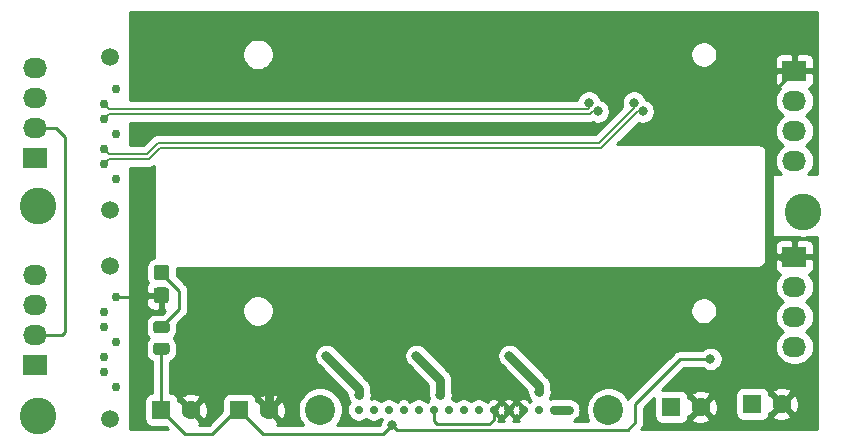
<source format=gbr>
%TF.GenerationSoftware,KiCad,Pcbnew,(5.1.10)-1*%
%TF.CreationDate,2021-07-16T07:11:48+08:00*%
%TF.ProjectId,2.5_SAS_Backend,322e355f-5341-4535-9f42-61636b656e64,rev?*%
%TF.SameCoordinates,Original*%
%TF.FileFunction,Copper,L1,Top*%
%TF.FilePolarity,Positive*%
%FSLAX46Y46*%
G04 Gerber Fmt 4.6, Leading zero omitted, Abs format (unit mm)*
G04 Created by KiCad (PCBNEW (5.1.10)-1) date 2021-07-16 07:11:48*
%MOMM*%
%LPD*%
G01*
G04 APERTURE LIST*
%TA.AperFunction,ComponentPad*%
%ADD10C,1.600000*%
%TD*%
%TA.AperFunction,ComponentPad*%
%ADD11R,1.600000X1.600000*%
%TD*%
%TA.AperFunction,ComponentPad*%
%ADD12R,2.030000X1.730000*%
%TD*%
%TA.AperFunction,ComponentPad*%
%ADD13O,2.030000X1.730000*%
%TD*%
%TA.AperFunction,ComponentPad*%
%ADD14C,0.700000*%
%TD*%
%TA.AperFunction,WasherPad*%
%ADD15C,2.540000*%
%TD*%
%TA.AperFunction,WasherPad*%
%ADD16C,1.500000*%
%TD*%
%TA.AperFunction,ComponentPad*%
%ADD17C,0.750000*%
%TD*%
%TA.AperFunction,ViaPad*%
%ADD18C,3.100000*%
%TD*%
%TA.AperFunction,ViaPad*%
%ADD19C,0.800000*%
%TD*%
%TA.AperFunction,Conductor*%
%ADD20C,0.750000*%
%TD*%
%TA.AperFunction,Conductor*%
%ADD21C,0.250000*%
%TD*%
%TA.AperFunction,Conductor*%
%ADD22C,0.200000*%
%TD*%
%TA.AperFunction,Conductor*%
%ADD23C,0.254000*%
%TD*%
%TA.AperFunction,Conductor*%
%ADD24C,0.100000*%
%TD*%
G04 APERTURE END LIST*
D10*
%TO.P,C1,2*%
%TO.N,GND*%
X47204000Y-64262000D03*
D11*
%TO.P,C1,1*%
%TO.N,+5V*%
X44704000Y-64262000D03*
%TD*%
D12*
%TO.P,M4,1*%
%TO.N,GND*%
X34036000Y-60452000D03*
D13*
%TO.P,M4,2*%
%TO.N,+12V*%
X34036000Y-57912000D03*
%TO.P,M4,3*%
%TO.N,N/C*%
X34036000Y-55372000D03*
%TO.P,M4,4*%
X34036000Y-52832000D03*
%TD*%
D12*
%TO.P,M3,1*%
%TO.N,GND*%
X34036000Y-42926000D03*
D13*
%TO.P,M3,2*%
%TO.N,+12V*%
X34036000Y-40386000D03*
%TO.P,M3,3*%
%TO.N,N/C*%
X34036000Y-37846000D03*
%TO.P,M3,4*%
X34036000Y-35306000D03*
%TD*%
D12*
%TO.P,M2,1*%
%TO.N,GND*%
X98298000Y-35560000D03*
D13*
%TO.P,M2,2*%
%TO.N,+5V*%
X98298000Y-38100000D03*
%TO.P,M2,3*%
%TO.N,N/C*%
X98298000Y-40640000D03*
%TO.P,M2,4*%
X98298000Y-43180000D03*
%TD*%
D12*
%TO.P,M1,1*%
%TO.N,GND*%
X98298000Y-51308000D03*
D13*
%TO.P,M1,2*%
%TO.N,+5V*%
X98298000Y-53848000D03*
%TO.P,M1,3*%
%TO.N,N/C*%
X98298000Y-56388000D03*
%TO.P,M1,4*%
X98298000Y-58928000D03*
%TD*%
%TO.P,R1,2*%
%TO.N,Net-(D1-Pad2)*%
%TA.AperFunction,SMDPad,CuDef*%
G36*
G01*
X45154001Y-57766000D02*
X44253999Y-57766000D01*
G75*
G02*
X44004000Y-57516001I0J249999D01*
G01*
X44004000Y-56990999D01*
G75*
G02*
X44253999Y-56741000I249999J0D01*
G01*
X45154001Y-56741000D01*
G75*
G02*
X45404000Y-56990999I0J-249999D01*
G01*
X45404000Y-57516001D01*
G75*
G02*
X45154001Y-57766000I-249999J0D01*
G01*
G37*
%TD.AperFunction*%
%TO.P,R1,1*%
%TO.N,+5V*%
%TA.AperFunction,SMDPad,CuDef*%
G36*
G01*
X45154001Y-59591000D02*
X44253999Y-59591000D01*
G75*
G02*
X44004000Y-59341001I0J249999D01*
G01*
X44004000Y-58815999D01*
G75*
G02*
X44253999Y-58566000I249999J0D01*
G01*
X45154001Y-58566000D01*
G75*
G02*
X45404000Y-58815999I0J-249999D01*
G01*
X45404000Y-59341001D01*
G75*
G02*
X45154001Y-59591000I-249999J0D01*
G01*
G37*
%TD.AperFunction*%
%TD*%
%TO.P,D1,2*%
%TO.N,Net-(D1-Pad2)*%
%TA.AperFunction,SMDPad,CuDef*%
G36*
G01*
X45104000Y-53294000D02*
X44304000Y-53294000D01*
G75*
G02*
X44054000Y-53044000I0J250000D01*
G01*
X44054000Y-52219000D01*
G75*
G02*
X44304000Y-51969000I250000J0D01*
G01*
X45104000Y-51969000D01*
G75*
G02*
X45354000Y-52219000I0J-250000D01*
G01*
X45354000Y-53044000D01*
G75*
G02*
X45104000Y-53294000I-250000J0D01*
G01*
G37*
%TD.AperFunction*%
%TO.P,D1,1*%
%TO.N,GND*%
%TA.AperFunction,SMDPad,CuDef*%
G36*
G01*
X45104000Y-55219000D02*
X44304000Y-55219000D01*
G75*
G02*
X44054000Y-54969000I0J250000D01*
G01*
X44054000Y-54144000D01*
G75*
G02*
X44304000Y-53894000I250000J0D01*
G01*
X45104000Y-53894000D01*
G75*
G02*
X45354000Y-54144000I0J-250000D01*
G01*
X45354000Y-54969000D01*
G75*
G02*
X45104000Y-55219000I-250000J0D01*
G01*
G37*
%TD.AperFunction*%
%TD*%
D10*
%TO.P,C4,2*%
%TO.N,GND*%
X97242000Y-63754000D03*
D11*
%TO.P,C4,1*%
%TO.N,+12V*%
X94742000Y-63754000D03*
%TD*%
D10*
%TO.P,C3,2*%
%TO.N,GND*%
X90384000Y-64008000D03*
D11*
%TO.P,C3,1*%
%TO.N,+12V*%
X87884000Y-64008000D03*
%TD*%
D10*
%TO.P,C2,2*%
%TO.N,GND*%
X53808000Y-64262000D03*
D11*
%TO.P,C2,1*%
%TO.N,+5V*%
X51308000Y-64262000D03*
%TD*%
D14*
%TO.P,U2,14*%
%TO.N,+12V*%
X62680000Y-64262000D03*
%TO.P,U2,13*%
X63950000Y-64262000D03*
%TO.P,U2,15*%
X61410000Y-64262000D03*
%TO.P,U2,10*%
%TO.N,GND*%
X67760000Y-64262000D03*
%TO.P,U2,12*%
X65220000Y-64262000D03*
%TO.P,U2,11*%
%TO.N,N/C*%
X66490000Y-64262000D03*
%TO.P,U2,9*%
%TO.N,+5V*%
X69030000Y-64262000D03*
%TO.P,U2,8*%
X70300000Y-64262000D03*
%TO.P,U2,7*%
X71570000Y-64262000D03*
%TO.P,U2,6*%
%TO.N,GND*%
X72840000Y-64262000D03*
%TO.P,U2,5*%
X74110000Y-64262000D03*
%TO.P,U2,4*%
X75380000Y-64262000D03*
%TO.P,U2,3*%
%TO.N,N/C*%
X76650000Y-64262000D03*
%TO.P,U2,2*%
%TO.N,+3V3*%
X77920000Y-64262000D03*
%TO.P,U2,1*%
X79190000Y-64262000D03*
D15*
%TO.P,U2,*%
%TO.N,*%
X58140600Y-64262000D03*
X82550000Y-64262000D03*
%TD*%
D16*
%TO.P,U5,*%
%TO.N,*%
X40386000Y-52084000D03*
X40386000Y-65024000D03*
D17*
%TO.P,U5,7*%
%TO.N,GND*%
X40886000Y-54744000D03*
%TO.P,U5,6*%
%TO.N,/S2_RXD_P*%
X39886000Y-56014000D03*
%TO.P,U5,5*%
%TO.N,/S2_RXD_N*%
X39886000Y-57284000D03*
%TO.P,U5,4*%
%TO.N,GND*%
X40886000Y-58554000D03*
%TO.P,U5,3*%
%TO.N,/S2_TXD_N*%
X39886000Y-59824000D03*
%TO.P,U5,2*%
%TO.N,/S2_TXD_P*%
X39886000Y-61094000D03*
%TO.P,U5,1*%
%TO.N,GND*%
X40886000Y-62364000D03*
%TD*%
D16*
%TO.P,U3,*%
%TO.N,*%
X40386000Y-34424000D03*
X40386000Y-47364000D03*
D17*
%TO.P,U3,7*%
%TO.N,GND*%
X40886000Y-37084000D03*
%TO.P,U3,6*%
%TO.N,/S1_RXD_P*%
X39886000Y-38354000D03*
%TO.P,U3,5*%
%TO.N,/S1_RXD_N*%
X39886000Y-39624000D03*
%TO.P,U3,4*%
%TO.N,GND*%
X40886000Y-40894000D03*
%TO.P,U3,3*%
%TO.N,/S1_TXD_N*%
X39886000Y-42164000D03*
%TO.P,U3,2*%
%TO.N,/S1_TXD_P*%
X39886000Y-43434000D03*
%TO.P,U3,1*%
%TO.N,GND*%
X40886000Y-44704000D03*
%TD*%
D18*
%TO.N,*%
X34290000Y-46990000D03*
X99060000Y-47498000D03*
X34290000Y-64770000D03*
D19*
%TO.N,+12V*%
X61468000Y-62992000D03*
X58674000Y-59690000D03*
%TO.N,GND*%
X58420000Y-55118000D03*
X65532000Y-53848000D03*
X76200000Y-55626000D03*
X77724000Y-57150000D03*
X64516000Y-62738000D03*
%TO.N,+5V*%
X68326000Y-62992000D03*
X66294000Y-59690000D03*
X64262000Y-65532000D03*
X91186000Y-59944000D03*
%TO.N,+3V3*%
X76708000Y-62738000D03*
X74168000Y-59690000D03*
%TO.N,/S1_TXD_P*%
X85461232Y-38979232D03*
%TO.N,/S1_TXD_N*%
X84718768Y-38236768D03*
%TO.N,/S1_RXD_N*%
X81651232Y-38979232D03*
%TO.N,/S1_RXD_P*%
X80908768Y-38236768D03*
%TD*%
D20*
%TO.N,+12V*%
X61468000Y-62484000D02*
X58674000Y-59690000D01*
X61468000Y-62992000D02*
X61468000Y-62484000D01*
D21*
X33782000Y-57912000D02*
X34798000Y-57912000D01*
X36322000Y-57912000D02*
X34036000Y-57912000D01*
X36576000Y-57658000D02*
X36322000Y-57912000D01*
X36576000Y-41148000D02*
X36576000Y-57658000D01*
X35814000Y-40386000D02*
X36576000Y-41148000D01*
X34036000Y-40386000D02*
X35814000Y-40386000D01*
D20*
%TO.N,GND*%
X53808000Y-59730000D02*
X53808000Y-64262000D01*
X58420000Y-55118000D02*
X53808000Y-59730000D01*
X64262000Y-55118000D02*
X58420000Y-55118000D01*
X65532000Y-53848000D02*
X64262000Y-55118000D01*
D21*
X76200000Y-55626000D02*
X77724000Y-57150000D01*
X72840000Y-64262000D02*
X72840000Y-65082000D01*
X72840000Y-65082000D02*
X72440011Y-65481989D01*
X72440011Y-65481989D02*
X68021989Y-65481989D01*
X67760000Y-65220000D02*
X67760000Y-64262000D01*
X68021989Y-65481989D02*
X67760000Y-65220000D01*
D20*
X64516000Y-54864000D02*
X65532000Y-53848000D01*
X64516000Y-62738000D02*
X64516000Y-54864000D01*
X98298000Y-51308000D02*
X97282000Y-51308000D01*
D21*
X97033000Y-51308000D02*
X96139000Y-50414000D01*
X98298000Y-51308000D02*
X97033000Y-51308000D01*
X96139000Y-37719000D02*
X98298000Y-35560000D01*
X96139000Y-50414000D02*
X96139000Y-37719000D01*
X98298000Y-51308000D02*
X96647000Y-51308000D01*
X96647000Y-51308000D02*
X96266000Y-51689000D01*
X96266000Y-62778000D02*
X97242000Y-63754000D01*
X96266000Y-51689000D02*
X96266000Y-62778000D01*
X44516500Y-54744000D02*
X44704000Y-54556500D01*
X40886000Y-54744000D02*
X44516500Y-54744000D01*
D20*
%TO.N,+5V*%
X68326000Y-61722000D02*
X66294000Y-59690000D01*
X68326000Y-62992000D02*
X68326000Y-61722000D01*
D21*
X64262000Y-65532000D02*
X63500000Y-66294000D01*
X53340000Y-66294000D02*
X51308000Y-64262000D01*
X63500000Y-66294000D02*
X53340000Y-66294000D01*
X51308000Y-64262000D02*
X51054000Y-64262000D01*
X51054000Y-64262000D02*
X49022000Y-66294000D01*
X46736000Y-66294000D02*
X44704000Y-64262000D01*
X49022000Y-66294000D02*
X46736000Y-66294000D01*
X44704000Y-64262000D02*
X44704000Y-59078500D01*
X91186000Y-59944000D02*
X88646000Y-59944000D01*
X88646000Y-59944000D02*
X84836000Y-63754000D01*
X84836000Y-63754000D02*
X84836000Y-65278000D01*
X64661999Y-65931999D02*
X64262000Y-65532000D01*
X84182001Y-65931999D02*
X64661999Y-65931999D01*
X84836000Y-65278000D02*
X84182001Y-65931999D01*
D20*
%TO.N,+3V3*%
X76708000Y-62230000D02*
X74168000Y-59690000D01*
X76708000Y-62738000D02*
X76708000Y-62230000D01*
X79190000Y-64262000D02*
X77920000Y-64262000D01*
D21*
%TO.N,Net-(D1-Pad2)*%
X44704000Y-57253500D02*
X46228000Y-55729500D01*
X46228000Y-54155500D02*
X44704000Y-52631500D01*
X46228000Y-55729500D02*
X46228000Y-54155500D01*
D22*
%TO.N,/S1_TXD_P*%
X81923209Y-42092990D02*
X44569377Y-42092990D01*
X85036967Y-38979232D02*
X81923209Y-42092990D01*
X85461232Y-38979232D02*
X85036967Y-38979232D01*
X40296000Y-43024000D02*
X39886000Y-43434000D01*
X43638367Y-43024000D02*
X40296000Y-43024000D01*
X44569377Y-42092990D02*
X43638367Y-43024000D01*
%TO.N,/S1_TXD_N*%
X81736802Y-41642999D02*
X44382985Y-41642999D01*
X84718768Y-38236768D02*
X84718768Y-38661033D01*
X84718768Y-38661033D02*
X81736802Y-41642999D01*
X40296000Y-42574000D02*
X39886000Y-42164000D01*
X43451984Y-42574000D02*
X40296000Y-42574000D01*
X44382985Y-41642999D02*
X43451984Y-42574000D01*
%TO.N,/S1_RXD_N*%
X81226967Y-38979232D02*
X80992199Y-39214000D01*
X81651232Y-38979232D02*
X81226967Y-38979232D01*
X40296000Y-39214000D02*
X39886000Y-39624000D01*
X80992199Y-39214000D02*
X40296000Y-39214000D01*
%TO.N,/S1_RXD_P*%
X80908768Y-38661033D02*
X80805801Y-38764000D01*
X80908768Y-38236768D02*
X80908768Y-38661033D01*
X40296000Y-38764000D02*
X39886000Y-38354000D01*
X80805801Y-38764000D02*
X40296000Y-38764000D01*
%TD*%
D23*
%TO.N,GND*%
X44044001Y-51374306D02*
X43964150Y-51398528D01*
X43810614Y-51480595D01*
X43676038Y-51591038D01*
X43565595Y-51725614D01*
X43483528Y-51879150D01*
X43432992Y-52045746D01*
X43415928Y-52219000D01*
X43415928Y-53044000D01*
X43432992Y-53217254D01*
X43483528Y-53383850D01*
X43549664Y-53507580D01*
X43523463Y-53539506D01*
X43464498Y-53649820D01*
X43428188Y-53769518D01*
X43415928Y-53894000D01*
X43419000Y-54270750D01*
X43577750Y-54429500D01*
X44577000Y-54429500D01*
X44577000Y-54409500D01*
X44831000Y-54409500D01*
X44831000Y-54429500D01*
X44851000Y-54429500D01*
X44851000Y-54683500D01*
X44831000Y-54683500D01*
X44831000Y-55695250D01*
X44989750Y-55854000D01*
X45028372Y-55854326D01*
X44779770Y-56102928D01*
X44253999Y-56102928D01*
X44080745Y-56119992D01*
X43914149Y-56170528D01*
X43760613Y-56252595D01*
X43626038Y-56363038D01*
X43515595Y-56497613D01*
X43433528Y-56651149D01*
X43382992Y-56817745D01*
X43365928Y-56990999D01*
X43365928Y-57516001D01*
X43382992Y-57689255D01*
X43433528Y-57855851D01*
X43515595Y-58009387D01*
X43626038Y-58143962D01*
X43652891Y-58166000D01*
X43626038Y-58188038D01*
X43515595Y-58322613D01*
X43433528Y-58476149D01*
X43382992Y-58642745D01*
X43365928Y-58815999D01*
X43365928Y-59341001D01*
X43382992Y-59514255D01*
X43433528Y-59680851D01*
X43515595Y-59834387D01*
X43626038Y-59968962D01*
X43760613Y-60079405D01*
X43914149Y-60161472D01*
X43944001Y-60170527D01*
X43944000Y-62823928D01*
X43904000Y-62823928D01*
X43779518Y-62836188D01*
X43659820Y-62872498D01*
X43549506Y-62931463D01*
X43452815Y-63010815D01*
X43373463Y-63107506D01*
X43314498Y-63217820D01*
X43278188Y-63337518D01*
X43265928Y-63462000D01*
X43265928Y-65062000D01*
X43278188Y-65186482D01*
X43314498Y-65306180D01*
X43373463Y-65416494D01*
X43452815Y-65513185D01*
X43549506Y-65592537D01*
X43659820Y-65651502D01*
X43779518Y-65687812D01*
X43904000Y-65700072D01*
X45067271Y-65700072D01*
X45280199Y-65913000D01*
X42037000Y-65913000D01*
X42037000Y-55219000D01*
X43415928Y-55219000D01*
X43428188Y-55343482D01*
X43464498Y-55463180D01*
X43523463Y-55573494D01*
X43602815Y-55670185D01*
X43699506Y-55749537D01*
X43809820Y-55808502D01*
X43929518Y-55844812D01*
X44054000Y-55857072D01*
X44418250Y-55854000D01*
X44577000Y-55695250D01*
X44577000Y-54683500D01*
X43577750Y-54683500D01*
X43419000Y-54842250D01*
X43415928Y-55219000D01*
X42037000Y-55219000D01*
X42037000Y-43759000D01*
X43602262Y-43759000D01*
X43638367Y-43762556D01*
X43674472Y-43759000D01*
X43782452Y-43748365D01*
X43921000Y-43706337D01*
X44044000Y-43640592D01*
X44044001Y-51374306D01*
%TA.AperFunction,Conductor*%
D24*
G36*
X44044001Y-51374306D02*
G01*
X43964150Y-51398528D01*
X43810614Y-51480595D01*
X43676038Y-51591038D01*
X43565595Y-51725614D01*
X43483528Y-51879150D01*
X43432992Y-52045746D01*
X43415928Y-52219000D01*
X43415928Y-53044000D01*
X43432992Y-53217254D01*
X43483528Y-53383850D01*
X43549664Y-53507580D01*
X43523463Y-53539506D01*
X43464498Y-53649820D01*
X43428188Y-53769518D01*
X43415928Y-53894000D01*
X43419000Y-54270750D01*
X43577750Y-54429500D01*
X44577000Y-54429500D01*
X44577000Y-54409500D01*
X44831000Y-54409500D01*
X44831000Y-54429500D01*
X44851000Y-54429500D01*
X44851000Y-54683500D01*
X44831000Y-54683500D01*
X44831000Y-55695250D01*
X44989750Y-55854000D01*
X45028372Y-55854326D01*
X44779770Y-56102928D01*
X44253999Y-56102928D01*
X44080745Y-56119992D01*
X43914149Y-56170528D01*
X43760613Y-56252595D01*
X43626038Y-56363038D01*
X43515595Y-56497613D01*
X43433528Y-56651149D01*
X43382992Y-56817745D01*
X43365928Y-56990999D01*
X43365928Y-57516001D01*
X43382992Y-57689255D01*
X43433528Y-57855851D01*
X43515595Y-58009387D01*
X43626038Y-58143962D01*
X43652891Y-58166000D01*
X43626038Y-58188038D01*
X43515595Y-58322613D01*
X43433528Y-58476149D01*
X43382992Y-58642745D01*
X43365928Y-58815999D01*
X43365928Y-59341001D01*
X43382992Y-59514255D01*
X43433528Y-59680851D01*
X43515595Y-59834387D01*
X43626038Y-59968962D01*
X43760613Y-60079405D01*
X43914149Y-60161472D01*
X43944001Y-60170527D01*
X43944000Y-62823928D01*
X43904000Y-62823928D01*
X43779518Y-62836188D01*
X43659820Y-62872498D01*
X43549506Y-62931463D01*
X43452815Y-63010815D01*
X43373463Y-63107506D01*
X43314498Y-63217820D01*
X43278188Y-63337518D01*
X43265928Y-63462000D01*
X43265928Y-65062000D01*
X43278188Y-65186482D01*
X43314498Y-65306180D01*
X43373463Y-65416494D01*
X43452815Y-65513185D01*
X43549506Y-65592537D01*
X43659820Y-65651502D01*
X43779518Y-65687812D01*
X43904000Y-65700072D01*
X45067271Y-65700072D01*
X45280199Y-65913000D01*
X42037000Y-65913000D01*
X42037000Y-55219000D01*
X43415928Y-55219000D01*
X43428188Y-55343482D01*
X43464498Y-55463180D01*
X43523463Y-55573494D01*
X43602815Y-55670185D01*
X43699506Y-55749537D01*
X43809820Y-55808502D01*
X43929518Y-55844812D01*
X44054000Y-55857072D01*
X44418250Y-55854000D01*
X44577000Y-55695250D01*
X44577000Y-54683500D01*
X43577750Y-54683500D01*
X43419000Y-54842250D01*
X43415928Y-55219000D01*
X42037000Y-55219000D01*
X42037000Y-43759000D01*
X43602262Y-43759000D01*
X43638367Y-43762556D01*
X43674472Y-43759000D01*
X43782452Y-43748365D01*
X43921000Y-43706337D01*
X44044000Y-43640592D01*
X44044001Y-51374306D01*
G37*
%TD.AperFunction*%
D23*
X100203000Y-44323000D02*
X99419713Y-44323000D01*
X99513792Y-44245792D01*
X99701238Y-44017387D01*
X99840524Y-43756802D01*
X99926295Y-43474051D01*
X99955257Y-43180000D01*
X99926295Y-42885949D01*
X99840524Y-42603198D01*
X99701238Y-42342613D01*
X99513792Y-42114208D01*
X99285387Y-41926762D01*
X99254028Y-41910000D01*
X99285387Y-41893238D01*
X99513792Y-41705792D01*
X99701238Y-41477387D01*
X99840524Y-41216802D01*
X99926295Y-40934051D01*
X99955257Y-40640000D01*
X99926295Y-40345949D01*
X99840524Y-40063198D01*
X99701238Y-39802613D01*
X99513792Y-39574208D01*
X99285387Y-39386762D01*
X99254028Y-39370000D01*
X99285387Y-39353238D01*
X99513792Y-39165792D01*
X99701238Y-38937387D01*
X99840524Y-38676802D01*
X99926295Y-38394051D01*
X99955257Y-38100000D01*
X99926295Y-37805949D01*
X99840524Y-37523198D01*
X99701238Y-37262613D01*
X99513792Y-37034208D01*
X99507970Y-37029430D01*
X99557180Y-37014502D01*
X99667494Y-36955537D01*
X99764185Y-36876185D01*
X99843537Y-36779494D01*
X99902502Y-36669180D01*
X99938812Y-36549482D01*
X99951072Y-36425000D01*
X99948000Y-35845750D01*
X99789250Y-35687000D01*
X98425000Y-35687000D01*
X98425000Y-35707000D01*
X98171000Y-35707000D01*
X98171000Y-35687000D01*
X96806750Y-35687000D01*
X96648000Y-35845750D01*
X96644928Y-36425000D01*
X96657188Y-36549482D01*
X96693498Y-36669180D01*
X96752463Y-36779494D01*
X96831815Y-36876185D01*
X96928506Y-36955537D01*
X97038820Y-37014502D01*
X97088030Y-37029430D01*
X97082208Y-37034208D01*
X96894762Y-37262613D01*
X96755476Y-37523198D01*
X96669705Y-37805949D01*
X96640743Y-38100000D01*
X96669705Y-38394051D01*
X96755476Y-38676802D01*
X96894762Y-38937387D01*
X97082208Y-39165792D01*
X97310613Y-39353238D01*
X97341972Y-39370000D01*
X97310613Y-39386762D01*
X97082208Y-39574208D01*
X96894762Y-39802613D01*
X96755476Y-40063198D01*
X96669705Y-40345949D01*
X96640743Y-40640000D01*
X96669705Y-40934051D01*
X96755476Y-41216802D01*
X96894762Y-41477387D01*
X97082208Y-41705792D01*
X97310613Y-41893238D01*
X97341972Y-41910000D01*
X97310613Y-41926762D01*
X97082208Y-42114208D01*
X96894762Y-42342613D01*
X96755476Y-42603198D01*
X96669705Y-42885949D01*
X96640743Y-43180000D01*
X96669705Y-43474051D01*
X96755476Y-43756802D01*
X96894762Y-44017387D01*
X97082208Y-44245792D01*
X97176287Y-44323000D01*
X96520000Y-44323000D01*
X96495224Y-44325440D01*
X96471399Y-44332667D01*
X96449443Y-44344403D01*
X96430197Y-44360197D01*
X96414403Y-44379443D01*
X96402667Y-44401399D01*
X96395440Y-44425224D01*
X96393000Y-44450000D01*
X96393000Y-49530000D01*
X96395440Y-49554776D01*
X96402667Y-49578601D01*
X96414403Y-49600557D01*
X96430197Y-49619803D01*
X96449443Y-49635597D01*
X96471399Y-49647333D01*
X96495224Y-49654560D01*
X96520000Y-49657000D01*
X98714086Y-49657000D01*
X98844796Y-49683000D01*
X99275204Y-49683000D01*
X99405914Y-49657000D01*
X100203000Y-49657000D01*
X100203000Y-65913000D01*
X85275802Y-65913000D01*
X85347002Y-65841800D01*
X85376001Y-65818001D01*
X85470974Y-65702276D01*
X85541546Y-65570247D01*
X85585003Y-65426986D01*
X85596000Y-65315333D01*
X85596000Y-65315324D01*
X85599676Y-65278001D01*
X85596000Y-65240678D01*
X85596000Y-64068801D01*
X86445928Y-63218873D01*
X86445928Y-64808000D01*
X86458188Y-64932482D01*
X86494498Y-65052180D01*
X86553463Y-65162494D01*
X86632815Y-65259185D01*
X86729506Y-65338537D01*
X86839820Y-65397502D01*
X86959518Y-65433812D01*
X87084000Y-65446072D01*
X88684000Y-65446072D01*
X88808482Y-65433812D01*
X88928180Y-65397502D01*
X89038494Y-65338537D01*
X89135185Y-65259185D01*
X89214537Y-65162494D01*
X89273502Y-65052180D01*
X89289117Y-65000702D01*
X89570903Y-65000702D01*
X89642486Y-65244671D01*
X89897996Y-65365571D01*
X90172184Y-65434300D01*
X90454512Y-65448217D01*
X90734130Y-65406787D01*
X91000292Y-65311603D01*
X91125514Y-65244671D01*
X91197097Y-65000702D01*
X90384000Y-64187605D01*
X89570903Y-65000702D01*
X89289117Y-65000702D01*
X89309812Y-64932482D01*
X89322072Y-64808000D01*
X89322072Y-64800785D01*
X89391298Y-64821097D01*
X90204395Y-64008000D01*
X90563605Y-64008000D01*
X91376702Y-64821097D01*
X91620671Y-64749514D01*
X91741571Y-64494004D01*
X91810300Y-64219816D01*
X91824217Y-63937488D01*
X91782787Y-63657870D01*
X91687603Y-63391708D01*
X91620671Y-63266486D01*
X91376702Y-63194903D01*
X90563605Y-64008000D01*
X90204395Y-64008000D01*
X89391298Y-63194903D01*
X89322072Y-63215215D01*
X89322072Y-63208000D01*
X89309812Y-63083518D01*
X89289118Y-63015298D01*
X89570903Y-63015298D01*
X90384000Y-63828395D01*
X91197097Y-63015298D01*
X91179112Y-62954000D01*
X93303928Y-62954000D01*
X93303928Y-64554000D01*
X93316188Y-64678482D01*
X93352498Y-64798180D01*
X93411463Y-64908494D01*
X93490815Y-65005185D01*
X93587506Y-65084537D01*
X93697820Y-65143502D01*
X93817518Y-65179812D01*
X93942000Y-65192072D01*
X95542000Y-65192072D01*
X95666482Y-65179812D01*
X95786180Y-65143502D01*
X95896494Y-65084537D01*
X95993185Y-65005185D01*
X96072537Y-64908494D01*
X96131502Y-64798180D01*
X96147117Y-64746702D01*
X96428903Y-64746702D01*
X96500486Y-64990671D01*
X96755996Y-65111571D01*
X97030184Y-65180300D01*
X97312512Y-65194217D01*
X97592130Y-65152787D01*
X97858292Y-65057603D01*
X97983514Y-64990671D01*
X98055097Y-64746702D01*
X97242000Y-63933605D01*
X96428903Y-64746702D01*
X96147117Y-64746702D01*
X96167812Y-64678482D01*
X96180072Y-64554000D01*
X96180072Y-64546785D01*
X96249298Y-64567097D01*
X97062395Y-63754000D01*
X97421605Y-63754000D01*
X98234702Y-64567097D01*
X98478671Y-64495514D01*
X98599571Y-64240004D01*
X98668300Y-63965816D01*
X98682217Y-63683488D01*
X98640787Y-63403870D01*
X98545603Y-63137708D01*
X98478671Y-63012486D01*
X98234702Y-62940903D01*
X97421605Y-63754000D01*
X97062395Y-63754000D01*
X96249298Y-62940903D01*
X96180072Y-62961215D01*
X96180072Y-62954000D01*
X96167812Y-62829518D01*
X96147118Y-62761298D01*
X96428903Y-62761298D01*
X97242000Y-63574395D01*
X98055097Y-62761298D01*
X97983514Y-62517329D01*
X97728004Y-62396429D01*
X97453816Y-62327700D01*
X97171488Y-62313783D01*
X96891870Y-62355213D01*
X96625708Y-62450397D01*
X96500486Y-62517329D01*
X96428903Y-62761298D01*
X96147118Y-62761298D01*
X96131502Y-62709820D01*
X96072537Y-62599506D01*
X95993185Y-62502815D01*
X95896494Y-62423463D01*
X95786180Y-62364498D01*
X95666482Y-62328188D01*
X95542000Y-62315928D01*
X93942000Y-62315928D01*
X93817518Y-62328188D01*
X93697820Y-62364498D01*
X93587506Y-62423463D01*
X93490815Y-62502815D01*
X93411463Y-62599506D01*
X93352498Y-62709820D01*
X93316188Y-62829518D01*
X93303928Y-62954000D01*
X91179112Y-62954000D01*
X91125514Y-62771329D01*
X90870004Y-62650429D01*
X90595816Y-62581700D01*
X90313488Y-62567783D01*
X90033870Y-62609213D01*
X89767708Y-62704397D01*
X89642486Y-62771329D01*
X89570903Y-63015298D01*
X89289118Y-63015298D01*
X89273502Y-62963820D01*
X89214537Y-62853506D01*
X89135185Y-62756815D01*
X89038494Y-62677463D01*
X88928180Y-62618498D01*
X88808482Y-62582188D01*
X88684000Y-62569928D01*
X87094873Y-62569928D01*
X88960802Y-60704000D01*
X90482289Y-60704000D01*
X90526226Y-60747937D01*
X90695744Y-60861205D01*
X90884102Y-60939226D01*
X91084061Y-60979000D01*
X91287939Y-60979000D01*
X91487898Y-60939226D01*
X91676256Y-60861205D01*
X91845774Y-60747937D01*
X91989937Y-60603774D01*
X92103205Y-60434256D01*
X92181226Y-60245898D01*
X92221000Y-60045939D01*
X92221000Y-59842061D01*
X92181226Y-59642102D01*
X92103205Y-59453744D01*
X91989937Y-59284226D01*
X91845774Y-59140063D01*
X91676256Y-59026795D01*
X91487898Y-58948774D01*
X91287939Y-58909000D01*
X91084061Y-58909000D01*
X90884102Y-58948774D01*
X90695744Y-59026795D01*
X90526226Y-59140063D01*
X90482289Y-59184000D01*
X88683325Y-59184000D01*
X88646000Y-59180324D01*
X88608675Y-59184000D01*
X88608667Y-59184000D01*
X88497014Y-59194997D01*
X88353753Y-59238454D01*
X88221724Y-59309026D01*
X88105999Y-59403999D01*
X88082201Y-59432997D01*
X84325003Y-63190196D01*
X84295999Y-63213999D01*
X84240871Y-63281174D01*
X84210491Y-63318191D01*
X84029710Y-63047634D01*
X83764366Y-62782290D01*
X83452356Y-62573811D01*
X83105668Y-62430209D01*
X82737626Y-62357000D01*
X82362374Y-62357000D01*
X81994332Y-62430209D01*
X81647644Y-62573811D01*
X81335634Y-62782290D01*
X81070290Y-63047634D01*
X80861811Y-63359644D01*
X80718209Y-63706332D01*
X80645000Y-64074374D01*
X80645000Y-64449626D01*
X80718209Y-64817668D01*
X80861811Y-65164356D01*
X80866918Y-65171999D01*
X79630078Y-65171999D01*
X79753840Y-65105847D01*
X79907633Y-64979633D01*
X80033847Y-64825840D01*
X80127632Y-64650380D01*
X80185385Y-64459994D01*
X80204886Y-64262000D01*
X80185385Y-64064006D01*
X80127632Y-63873620D01*
X80033847Y-63698160D01*
X79907633Y-63544367D01*
X79753840Y-63418153D01*
X79578380Y-63324368D01*
X79387994Y-63266615D01*
X79239608Y-63252000D01*
X77870392Y-63252000D01*
X77722006Y-63266615D01*
X77568450Y-63313196D01*
X77625205Y-63228256D01*
X77703226Y-63039898D01*
X77743000Y-62839939D01*
X77743000Y-62636061D01*
X77718000Y-62510377D01*
X77718000Y-62279604D01*
X77722886Y-62229999D01*
X77707599Y-62074795D01*
X77703385Y-62032007D01*
X77645632Y-61841620D01*
X77551847Y-61666160D01*
X77425633Y-61512367D01*
X77387100Y-61480744D01*
X75043132Y-59136777D01*
X74971937Y-59030226D01*
X74827774Y-58886063D01*
X74658256Y-58772795D01*
X74469898Y-58694774D01*
X74269939Y-58655000D01*
X74066061Y-58655000D01*
X73866102Y-58694774D01*
X73677744Y-58772795D01*
X73508226Y-58886063D01*
X73364063Y-59030226D01*
X73250795Y-59199744D01*
X73172774Y-59388102D01*
X73133000Y-59588061D01*
X73133000Y-59791939D01*
X73172774Y-59991898D01*
X73250795Y-60180256D01*
X73364063Y-60349774D01*
X73508226Y-60493937D01*
X73614777Y-60565132D01*
X75675108Y-62625464D01*
X75673000Y-62636061D01*
X75673000Y-62839939D01*
X75712774Y-63039898D01*
X75790795Y-63228256D01*
X75904063Y-63397774D01*
X75984341Y-63478052D01*
X75870912Y-63591480D01*
X75854216Y-63393233D01*
X75675616Y-63317411D01*
X75485656Y-63277890D01*
X75291636Y-63276187D01*
X75101011Y-63312368D01*
X74921107Y-63385043D01*
X74905784Y-63393233D01*
X74889088Y-63591483D01*
X75380000Y-64082395D01*
X75394143Y-64068253D01*
X75573748Y-64247858D01*
X75559605Y-64262000D01*
X75573748Y-64276143D01*
X75394143Y-64455748D01*
X75380000Y-64441605D01*
X74889088Y-64932517D01*
X74905784Y-65130767D01*
X75002907Y-65171999D01*
X74487099Y-65171999D01*
X74568893Y-65138957D01*
X74584216Y-65130767D01*
X74600912Y-64932517D01*
X74110000Y-64441605D01*
X73619088Y-64932517D01*
X73635784Y-65130767D01*
X73732907Y-65171999D01*
X73217099Y-65171999D01*
X73298893Y-65138957D01*
X73314216Y-65130767D01*
X73330912Y-64932517D01*
X72840000Y-64441605D01*
X72825858Y-64455748D01*
X72646253Y-64276143D01*
X72660395Y-64262000D01*
X73019605Y-64262000D01*
X73127986Y-64370381D01*
X73160368Y-64540989D01*
X73233043Y-64720893D01*
X73241233Y-64736216D01*
X73439483Y-64752912D01*
X73475000Y-64717395D01*
X73510517Y-64752912D01*
X73708767Y-64736216D01*
X73784589Y-64557616D01*
X73823945Y-64368450D01*
X73930395Y-64262000D01*
X74289605Y-64262000D01*
X74397986Y-64370381D01*
X74430368Y-64540989D01*
X74503043Y-64720893D01*
X74511233Y-64736216D01*
X74709483Y-64752912D01*
X74745000Y-64717395D01*
X74780517Y-64752912D01*
X74978767Y-64736216D01*
X75054589Y-64557616D01*
X75093945Y-64368450D01*
X75200395Y-64262000D01*
X75092014Y-64153619D01*
X75059632Y-63983011D01*
X74986957Y-63803107D01*
X74978767Y-63787784D01*
X74780517Y-63771088D01*
X74745000Y-63806605D01*
X74709483Y-63771088D01*
X74511233Y-63787784D01*
X74435411Y-63966384D01*
X74396055Y-64155550D01*
X74289605Y-64262000D01*
X73930395Y-64262000D01*
X73822014Y-64153619D01*
X73789632Y-63983011D01*
X73716957Y-63803107D01*
X73708767Y-63787784D01*
X73510517Y-63771088D01*
X73475000Y-63806605D01*
X73439483Y-63771088D01*
X73241233Y-63787784D01*
X73165411Y-63966384D01*
X73126055Y-64155550D01*
X73019605Y-64262000D01*
X72660395Y-64262000D01*
X72646253Y-64247858D01*
X72825858Y-64068253D01*
X72840000Y-64082395D01*
X73330912Y-63591483D01*
X73619088Y-63591483D01*
X74110000Y-64082395D01*
X74600912Y-63591483D01*
X74584216Y-63393233D01*
X74405616Y-63317411D01*
X74215656Y-63277890D01*
X74021636Y-63276187D01*
X73831011Y-63312368D01*
X73651107Y-63385043D01*
X73635784Y-63393233D01*
X73619088Y-63591483D01*
X73330912Y-63591483D01*
X73314216Y-63393233D01*
X73135616Y-63317411D01*
X72945656Y-63277890D01*
X72751636Y-63276187D01*
X72561011Y-63312368D01*
X72381107Y-63385043D01*
X72365784Y-63393233D01*
X72349088Y-63591480D01*
X72230369Y-63472761D01*
X72202065Y-63501065D01*
X72197901Y-63496901D01*
X72036572Y-63389104D01*
X71857314Y-63314853D01*
X71667014Y-63277000D01*
X71472986Y-63277000D01*
X71282686Y-63314853D01*
X71103428Y-63389104D01*
X70942099Y-63496901D01*
X70935000Y-63504000D01*
X70927901Y-63496901D01*
X70766572Y-63389104D01*
X70587314Y-63314853D01*
X70397014Y-63277000D01*
X70202986Y-63277000D01*
X70012686Y-63314853D01*
X69833428Y-63389104D01*
X69672099Y-63496901D01*
X69665000Y-63504000D01*
X69657901Y-63496901D01*
X69496572Y-63389104D01*
X69317314Y-63314853D01*
X69312909Y-63313977D01*
X69321226Y-63293898D01*
X69361000Y-63093939D01*
X69361000Y-62890061D01*
X69336000Y-62764377D01*
X69336000Y-61771608D01*
X69340886Y-61722000D01*
X69321385Y-61524005D01*
X69263632Y-61333620D01*
X69169846Y-61158159D01*
X69075256Y-61042900D01*
X69043633Y-61004367D01*
X69005100Y-60972744D01*
X67169132Y-59136776D01*
X67097937Y-59030226D01*
X66953774Y-58886063D01*
X66784256Y-58772795D01*
X66595898Y-58694774D01*
X66395939Y-58655000D01*
X66192061Y-58655000D01*
X65992102Y-58694774D01*
X65803744Y-58772795D01*
X65634226Y-58886063D01*
X65490063Y-59030226D01*
X65376795Y-59199744D01*
X65298774Y-59388102D01*
X65259000Y-59588061D01*
X65259000Y-59791939D01*
X65298774Y-59991898D01*
X65376795Y-60180256D01*
X65490063Y-60349774D01*
X65634226Y-60493937D01*
X65740776Y-60565132D01*
X67316001Y-62140357D01*
X67316000Y-62764375D01*
X67291000Y-62890061D01*
X67291000Y-63093939D01*
X67330774Y-63293898D01*
X67358863Y-63361711D01*
X67301107Y-63385043D01*
X67285784Y-63393233D01*
X67269088Y-63591480D01*
X67150369Y-63472761D01*
X67122065Y-63501065D01*
X67117901Y-63496901D01*
X66956572Y-63389104D01*
X66777314Y-63314853D01*
X66587014Y-63277000D01*
X66392986Y-63277000D01*
X66202686Y-63314853D01*
X66023428Y-63389104D01*
X65862099Y-63496901D01*
X65857935Y-63501065D01*
X65829631Y-63472761D01*
X65710912Y-63591480D01*
X65694216Y-63393233D01*
X65515616Y-63317411D01*
X65325656Y-63277890D01*
X65131636Y-63276187D01*
X64941011Y-63312368D01*
X64761107Y-63385043D01*
X64745784Y-63393233D01*
X64729088Y-63591480D01*
X64610369Y-63472761D01*
X64582065Y-63501065D01*
X64577901Y-63496901D01*
X64416572Y-63389104D01*
X64237314Y-63314853D01*
X64047014Y-63277000D01*
X63852986Y-63277000D01*
X63662686Y-63314853D01*
X63483428Y-63389104D01*
X63322099Y-63496901D01*
X63315000Y-63504000D01*
X63307901Y-63496901D01*
X63146572Y-63389104D01*
X62967314Y-63314853D01*
X62777014Y-63277000D01*
X62582986Y-63277000D01*
X62460101Y-63301443D01*
X62463226Y-63293898D01*
X62503000Y-63093939D01*
X62503000Y-62890061D01*
X62478000Y-62764377D01*
X62478000Y-62533608D01*
X62482886Y-62484000D01*
X62463385Y-62286005D01*
X62405632Y-62095620D01*
X62371630Y-62032006D01*
X62311847Y-61920160D01*
X62185633Y-61766367D01*
X62147100Y-61734744D01*
X59549132Y-59136777D01*
X59477937Y-59030226D01*
X59333774Y-58886063D01*
X59164256Y-58772795D01*
X58975898Y-58694774D01*
X58775939Y-58655000D01*
X58572061Y-58655000D01*
X58372102Y-58694774D01*
X58183744Y-58772795D01*
X58014226Y-58886063D01*
X57870063Y-59030226D01*
X57756795Y-59199744D01*
X57678774Y-59388102D01*
X57639000Y-59588061D01*
X57639000Y-59791939D01*
X57678774Y-59991898D01*
X57756795Y-60180256D01*
X57870063Y-60349774D01*
X58014226Y-60493937D01*
X58120777Y-60565132D01*
X60435108Y-62879464D01*
X60433000Y-62890061D01*
X60433000Y-63093939D01*
X60472774Y-63293898D01*
X60550795Y-63482256D01*
X60649308Y-63629692D01*
X60644901Y-63634099D01*
X60537104Y-63795428D01*
X60462853Y-63974686D01*
X60425000Y-64164986D01*
X60425000Y-64359014D01*
X60462853Y-64549314D01*
X60537104Y-64728572D01*
X60644901Y-64889901D01*
X60782099Y-65027099D01*
X60943428Y-65134896D01*
X61122686Y-65209147D01*
X61312986Y-65247000D01*
X61507014Y-65247000D01*
X61697314Y-65209147D01*
X61876572Y-65134896D01*
X62037901Y-65027099D01*
X62045000Y-65020000D01*
X62052099Y-65027099D01*
X62213428Y-65134896D01*
X62392686Y-65209147D01*
X62582986Y-65247000D01*
X62777014Y-65247000D01*
X62967314Y-65209147D01*
X63146572Y-65134896D01*
X63307901Y-65027099D01*
X63315000Y-65020000D01*
X63322099Y-65027099D01*
X63344626Y-65042151D01*
X63266774Y-65230102D01*
X63227000Y-65430061D01*
X63227000Y-65492199D01*
X63185199Y-65534000D01*
X59562676Y-65534000D01*
X59620310Y-65476366D01*
X59828789Y-65164356D01*
X59972391Y-64817668D01*
X60045600Y-64449626D01*
X60045600Y-64074374D01*
X59972391Y-63706332D01*
X59828789Y-63359644D01*
X59620310Y-63047634D01*
X59354966Y-62782290D01*
X59042956Y-62573811D01*
X58696268Y-62430209D01*
X58328226Y-62357000D01*
X57952974Y-62357000D01*
X57584932Y-62430209D01*
X57238244Y-62573811D01*
X56926234Y-62782290D01*
X56660890Y-63047634D01*
X56452411Y-63359644D01*
X56308809Y-63706332D01*
X56235600Y-64074374D01*
X56235600Y-64449626D01*
X56308809Y-64817668D01*
X56452411Y-65164356D01*
X56660890Y-65476366D01*
X56718524Y-65534000D01*
X54483418Y-65534000D01*
X54549514Y-65498671D01*
X54621097Y-65254702D01*
X53808000Y-64441605D01*
X53793858Y-64455748D01*
X53614253Y-64276143D01*
X53628395Y-64262000D01*
X53987605Y-64262000D01*
X54800702Y-65075097D01*
X55044671Y-65003514D01*
X55165571Y-64748004D01*
X55234300Y-64473816D01*
X55248217Y-64191488D01*
X55206787Y-63911870D01*
X55111603Y-63645708D01*
X55044671Y-63520486D01*
X54800702Y-63448903D01*
X53987605Y-64262000D01*
X53628395Y-64262000D01*
X52815298Y-63448903D01*
X52746072Y-63469215D01*
X52746072Y-63462000D01*
X52733812Y-63337518D01*
X52713118Y-63269298D01*
X52994903Y-63269298D01*
X53808000Y-64082395D01*
X54621097Y-63269298D01*
X54549514Y-63025329D01*
X54294004Y-62904429D01*
X54019816Y-62835700D01*
X53737488Y-62821783D01*
X53457870Y-62863213D01*
X53191708Y-62958397D01*
X53066486Y-63025329D01*
X52994903Y-63269298D01*
X52713118Y-63269298D01*
X52697502Y-63217820D01*
X52638537Y-63107506D01*
X52559185Y-63010815D01*
X52462494Y-62931463D01*
X52352180Y-62872498D01*
X52232482Y-62836188D01*
X52108000Y-62823928D01*
X50508000Y-62823928D01*
X50383518Y-62836188D01*
X50263820Y-62872498D01*
X50153506Y-62931463D01*
X50056815Y-63010815D01*
X49977463Y-63107506D01*
X49918498Y-63217820D01*
X49882188Y-63337518D01*
X49869928Y-63462000D01*
X49869928Y-64371270D01*
X48707199Y-65534000D01*
X47879418Y-65534000D01*
X47945514Y-65498671D01*
X48017097Y-65254702D01*
X47204000Y-64441605D01*
X47189858Y-64455748D01*
X47010253Y-64276143D01*
X47024395Y-64262000D01*
X47383605Y-64262000D01*
X48196702Y-65075097D01*
X48440671Y-65003514D01*
X48561571Y-64748004D01*
X48630300Y-64473816D01*
X48644217Y-64191488D01*
X48602787Y-63911870D01*
X48507603Y-63645708D01*
X48440671Y-63520486D01*
X48196702Y-63448903D01*
X47383605Y-64262000D01*
X47024395Y-64262000D01*
X46211298Y-63448903D01*
X46142072Y-63469215D01*
X46142072Y-63462000D01*
X46129812Y-63337518D01*
X46109118Y-63269298D01*
X46390903Y-63269298D01*
X47204000Y-64082395D01*
X48017097Y-63269298D01*
X47945514Y-63025329D01*
X47690004Y-62904429D01*
X47415816Y-62835700D01*
X47133488Y-62821783D01*
X46853870Y-62863213D01*
X46587708Y-62958397D01*
X46462486Y-63025329D01*
X46390903Y-63269298D01*
X46109118Y-63269298D01*
X46093502Y-63217820D01*
X46034537Y-63107506D01*
X45955185Y-63010815D01*
X45858494Y-62931463D01*
X45748180Y-62872498D01*
X45628482Y-62836188D01*
X45504000Y-62823928D01*
X45464000Y-62823928D01*
X45464000Y-60170527D01*
X45493851Y-60161472D01*
X45647387Y-60079405D01*
X45781962Y-59968962D01*
X45892405Y-59834387D01*
X45974472Y-59680851D01*
X46025008Y-59514255D01*
X46042072Y-59341001D01*
X46042072Y-58815999D01*
X46025008Y-58642745D01*
X45974472Y-58476149D01*
X45892405Y-58322613D01*
X45781962Y-58188038D01*
X45755109Y-58166000D01*
X45781962Y-58143962D01*
X45892405Y-58009387D01*
X45974472Y-57855851D01*
X46025008Y-57689255D01*
X46042072Y-57516001D01*
X46042072Y-56990999D01*
X46042003Y-56990299D01*
X46739009Y-56293294D01*
X46768001Y-56269501D01*
X46791795Y-56240508D01*
X46791799Y-56240504D01*
X46862973Y-56153777D01*
X46862974Y-56153776D01*
X46933546Y-56021747D01*
X46977003Y-55878486D01*
X46988000Y-55766833D01*
X46988000Y-55766824D01*
X46989803Y-55748514D01*
X51545000Y-55748514D01*
X51545000Y-56011486D01*
X51596304Y-56269405D01*
X51696939Y-56512359D01*
X51843038Y-56731013D01*
X52028987Y-56916962D01*
X52247641Y-57063061D01*
X52490595Y-57163696D01*
X52748514Y-57215000D01*
X53011486Y-57215000D01*
X53269405Y-57163696D01*
X53512359Y-57063061D01*
X53731013Y-56916962D01*
X53916962Y-56731013D01*
X54063061Y-56512359D01*
X54163696Y-56269405D01*
X54215000Y-56011486D01*
X54215000Y-55768212D01*
X89495000Y-55768212D01*
X89495000Y-55991788D01*
X89538617Y-56211067D01*
X89624176Y-56417624D01*
X89748388Y-56603520D01*
X89906480Y-56761612D01*
X90092376Y-56885824D01*
X90298933Y-56971383D01*
X90518212Y-57015000D01*
X90741788Y-57015000D01*
X90961067Y-56971383D01*
X91167624Y-56885824D01*
X91353520Y-56761612D01*
X91511612Y-56603520D01*
X91635824Y-56417624D01*
X91721383Y-56211067D01*
X91765000Y-55991788D01*
X91765000Y-55768212D01*
X91721383Y-55548933D01*
X91635824Y-55342376D01*
X91511612Y-55156480D01*
X91353520Y-54998388D01*
X91167624Y-54874176D01*
X90961067Y-54788617D01*
X90741788Y-54745000D01*
X90518212Y-54745000D01*
X90298933Y-54788617D01*
X90092376Y-54874176D01*
X89906480Y-54998388D01*
X89748388Y-55156480D01*
X89624176Y-55342376D01*
X89538617Y-55548933D01*
X89495000Y-55768212D01*
X54215000Y-55768212D01*
X54215000Y-55748514D01*
X54163696Y-55490595D01*
X54063061Y-55247641D01*
X53916962Y-55028987D01*
X53731013Y-54843038D01*
X53512359Y-54696939D01*
X53269405Y-54596304D01*
X53011486Y-54545000D01*
X52748514Y-54545000D01*
X52490595Y-54596304D01*
X52247641Y-54696939D01*
X52028987Y-54843038D01*
X51843038Y-55028987D01*
X51696939Y-55247641D01*
X51596304Y-55490595D01*
X51545000Y-55748514D01*
X46989803Y-55748514D01*
X46991676Y-55729501D01*
X46988000Y-55692178D01*
X46988000Y-54192822D01*
X46991676Y-54155499D01*
X46988000Y-54118176D01*
X46988000Y-54118167D01*
X46977003Y-54006514D01*
X46933546Y-53863253D01*
X46925393Y-53848000D01*
X96640743Y-53848000D01*
X96669705Y-54142051D01*
X96755476Y-54424802D01*
X96894762Y-54685387D01*
X97082208Y-54913792D01*
X97310613Y-55101238D01*
X97341972Y-55118000D01*
X97310613Y-55134762D01*
X97082208Y-55322208D01*
X96894762Y-55550613D01*
X96755476Y-55811198D01*
X96669705Y-56093949D01*
X96640743Y-56388000D01*
X96669705Y-56682051D01*
X96755476Y-56964802D01*
X96894762Y-57225387D01*
X97082208Y-57453792D01*
X97310613Y-57641238D01*
X97341972Y-57658000D01*
X97310613Y-57674762D01*
X97082208Y-57862208D01*
X96894762Y-58090613D01*
X96755476Y-58351198D01*
X96669705Y-58633949D01*
X96640743Y-58928000D01*
X96669705Y-59222051D01*
X96755476Y-59504802D01*
X96894762Y-59765387D01*
X97082208Y-59993792D01*
X97310613Y-60181238D01*
X97571198Y-60320524D01*
X97853949Y-60406295D01*
X98074320Y-60428000D01*
X98521680Y-60428000D01*
X98742051Y-60406295D01*
X99024802Y-60320524D01*
X99285387Y-60181238D01*
X99513792Y-59993792D01*
X99701238Y-59765387D01*
X99840524Y-59504802D01*
X99926295Y-59222051D01*
X99955257Y-58928000D01*
X99926295Y-58633949D01*
X99840524Y-58351198D01*
X99701238Y-58090613D01*
X99513792Y-57862208D01*
X99285387Y-57674762D01*
X99254028Y-57658000D01*
X99285387Y-57641238D01*
X99513792Y-57453792D01*
X99701238Y-57225387D01*
X99840524Y-56964802D01*
X99926295Y-56682051D01*
X99955257Y-56388000D01*
X99926295Y-56093949D01*
X99840524Y-55811198D01*
X99701238Y-55550613D01*
X99513792Y-55322208D01*
X99285387Y-55134762D01*
X99254028Y-55118000D01*
X99285387Y-55101238D01*
X99513792Y-54913792D01*
X99701238Y-54685387D01*
X99840524Y-54424802D01*
X99926295Y-54142051D01*
X99955257Y-53848000D01*
X99926295Y-53553949D01*
X99840524Y-53271198D01*
X99701238Y-53010613D01*
X99513792Y-52782208D01*
X99507970Y-52777430D01*
X99557180Y-52762502D01*
X99667494Y-52703537D01*
X99764185Y-52624185D01*
X99843537Y-52527494D01*
X99902502Y-52417180D01*
X99938812Y-52297482D01*
X99951072Y-52173000D01*
X99948000Y-51593750D01*
X99789250Y-51435000D01*
X98425000Y-51435000D01*
X98425000Y-51455000D01*
X98171000Y-51455000D01*
X98171000Y-51435000D01*
X96806750Y-51435000D01*
X96648000Y-51593750D01*
X96644928Y-52173000D01*
X96657188Y-52297482D01*
X96693498Y-52417180D01*
X96752463Y-52527494D01*
X96831815Y-52624185D01*
X96928506Y-52703537D01*
X97038820Y-52762502D01*
X97088030Y-52777430D01*
X97082208Y-52782208D01*
X96894762Y-53010613D01*
X96755476Y-53271198D01*
X96669705Y-53553949D01*
X96640743Y-53848000D01*
X46925393Y-53848000D01*
X46862974Y-53731224D01*
X46796168Y-53649820D01*
X46791799Y-53644496D01*
X46791795Y-53644492D01*
X46768001Y-53615499D01*
X46739008Y-53591705D01*
X45992072Y-52844770D01*
X45992072Y-52222000D01*
X95217581Y-52222000D01*
X95250000Y-52225193D01*
X95282419Y-52222000D01*
X95379383Y-52212450D01*
X95503793Y-52174710D01*
X95618450Y-52113425D01*
X95718948Y-52030948D01*
X95801425Y-51930450D01*
X95862710Y-51815793D01*
X95900450Y-51691383D01*
X95913193Y-51562000D01*
X95910000Y-51529581D01*
X95910000Y-50443000D01*
X96644928Y-50443000D01*
X96648000Y-51022250D01*
X96806750Y-51181000D01*
X98171000Y-51181000D01*
X98171000Y-49966750D01*
X98425000Y-49966750D01*
X98425000Y-51181000D01*
X99789250Y-51181000D01*
X99948000Y-51022250D01*
X99951072Y-50443000D01*
X99938812Y-50318518D01*
X99902502Y-50198820D01*
X99843537Y-50088506D01*
X99764185Y-49991815D01*
X99667494Y-49912463D01*
X99557180Y-49853498D01*
X99437482Y-49817188D01*
X99313000Y-49804928D01*
X98583750Y-49808000D01*
X98425000Y-49966750D01*
X98171000Y-49966750D01*
X98012250Y-49808000D01*
X97283000Y-49804928D01*
X97158518Y-49817188D01*
X97038820Y-49853498D01*
X96928506Y-49912463D01*
X96831815Y-49991815D01*
X96752463Y-50088506D01*
X96693498Y-50198820D01*
X96657188Y-50318518D01*
X96644928Y-50443000D01*
X95910000Y-50443000D01*
X95910000Y-42450419D01*
X95913193Y-42418000D01*
X95900450Y-42288617D01*
X95862710Y-42164207D01*
X95801425Y-42049550D01*
X95718948Y-41949052D01*
X95618450Y-41866575D01*
X95503793Y-41805290D01*
X95379383Y-41767550D01*
X95282419Y-41758000D01*
X95250000Y-41754807D01*
X95217581Y-41758000D01*
X83297645Y-41758000D01*
X85104076Y-39951569D01*
X85159334Y-39974458D01*
X85359293Y-40014232D01*
X85563171Y-40014232D01*
X85763130Y-39974458D01*
X85951488Y-39896437D01*
X86121006Y-39783169D01*
X86265169Y-39639006D01*
X86378437Y-39469488D01*
X86456458Y-39281130D01*
X86496232Y-39081171D01*
X86496232Y-38877293D01*
X86456458Y-38677334D01*
X86378437Y-38488976D01*
X86265169Y-38319458D01*
X86121006Y-38175295D01*
X85951488Y-38062027D01*
X85763130Y-37984006D01*
X85722146Y-37975854D01*
X85713994Y-37934870D01*
X85635973Y-37746512D01*
X85522705Y-37576994D01*
X85378542Y-37432831D01*
X85209024Y-37319563D01*
X85020666Y-37241542D01*
X84820707Y-37201768D01*
X84616829Y-37201768D01*
X84416870Y-37241542D01*
X84228512Y-37319563D01*
X84058994Y-37432831D01*
X83914831Y-37576994D01*
X83801563Y-37746512D01*
X83723542Y-37934870D01*
X83683768Y-38134829D01*
X83683768Y-38338707D01*
X83723542Y-38538666D01*
X83746431Y-38593924D01*
X81432356Y-40907999D01*
X44419079Y-40907999D01*
X44382984Y-40904444D01*
X44346889Y-40907999D01*
X44346880Y-40907999D01*
X44238900Y-40918634D01*
X44100352Y-40960662D01*
X43972665Y-41028912D01*
X43860747Y-41120761D01*
X43837731Y-41148806D01*
X43147538Y-41839000D01*
X42037000Y-41839000D01*
X42037000Y-39949000D01*
X80956094Y-39949000D01*
X80992199Y-39952556D01*
X81028304Y-39949000D01*
X81136284Y-39938365D01*
X81208969Y-39916316D01*
X81349334Y-39974458D01*
X81549293Y-40014232D01*
X81753171Y-40014232D01*
X81953130Y-39974458D01*
X82141488Y-39896437D01*
X82311006Y-39783169D01*
X82455169Y-39639006D01*
X82568437Y-39469488D01*
X82646458Y-39281130D01*
X82686232Y-39081171D01*
X82686232Y-38877293D01*
X82646458Y-38677334D01*
X82568437Y-38488976D01*
X82455169Y-38319458D01*
X82311006Y-38175295D01*
X82141488Y-38062027D01*
X81953130Y-37984006D01*
X81912146Y-37975854D01*
X81903994Y-37934870D01*
X81825973Y-37746512D01*
X81712705Y-37576994D01*
X81568542Y-37432831D01*
X81399024Y-37319563D01*
X81210666Y-37241542D01*
X81010707Y-37201768D01*
X80806829Y-37201768D01*
X80606870Y-37241542D01*
X80418512Y-37319563D01*
X80248994Y-37432831D01*
X80104831Y-37576994D01*
X79991563Y-37746512D01*
X79913542Y-37934870D01*
X79894819Y-38029000D01*
X42037000Y-38029000D01*
X42037000Y-34031514D01*
X51545000Y-34031514D01*
X51545000Y-34294486D01*
X51596304Y-34552405D01*
X51696939Y-34795359D01*
X51843038Y-35014013D01*
X52028987Y-35199962D01*
X52247641Y-35346061D01*
X52490595Y-35446696D01*
X52748514Y-35498000D01*
X53011486Y-35498000D01*
X53269405Y-35446696D01*
X53512359Y-35346061D01*
X53731013Y-35199962D01*
X53916962Y-35014013D01*
X54063061Y-34795359D01*
X54163696Y-34552405D01*
X54215000Y-34294486D01*
X54215000Y-34051212D01*
X89495000Y-34051212D01*
X89495000Y-34274788D01*
X89538617Y-34494067D01*
X89624176Y-34700624D01*
X89748388Y-34886520D01*
X89906480Y-35044612D01*
X90092376Y-35168824D01*
X90298933Y-35254383D01*
X90518212Y-35298000D01*
X90741788Y-35298000D01*
X90961067Y-35254383D01*
X91167624Y-35168824D01*
X91353520Y-35044612D01*
X91511612Y-34886520D01*
X91635824Y-34700624D01*
X91638153Y-34695000D01*
X96644928Y-34695000D01*
X96648000Y-35274250D01*
X96806750Y-35433000D01*
X98171000Y-35433000D01*
X98171000Y-34218750D01*
X98425000Y-34218750D01*
X98425000Y-35433000D01*
X99789250Y-35433000D01*
X99948000Y-35274250D01*
X99951072Y-34695000D01*
X99938812Y-34570518D01*
X99902502Y-34450820D01*
X99843537Y-34340506D01*
X99764185Y-34243815D01*
X99667494Y-34164463D01*
X99557180Y-34105498D01*
X99437482Y-34069188D01*
X99313000Y-34056928D01*
X98583750Y-34060000D01*
X98425000Y-34218750D01*
X98171000Y-34218750D01*
X98012250Y-34060000D01*
X97283000Y-34056928D01*
X97158518Y-34069188D01*
X97038820Y-34105498D01*
X96928506Y-34164463D01*
X96831815Y-34243815D01*
X96752463Y-34340506D01*
X96693498Y-34450820D01*
X96657188Y-34570518D01*
X96644928Y-34695000D01*
X91638153Y-34695000D01*
X91721383Y-34494067D01*
X91765000Y-34274788D01*
X91765000Y-34051212D01*
X91721383Y-33831933D01*
X91635824Y-33625376D01*
X91511612Y-33439480D01*
X91353520Y-33281388D01*
X91167624Y-33157176D01*
X90961067Y-33071617D01*
X90741788Y-33028000D01*
X90518212Y-33028000D01*
X90298933Y-33071617D01*
X90092376Y-33157176D01*
X89906480Y-33281388D01*
X89748388Y-33439480D01*
X89624176Y-33625376D01*
X89538617Y-33831933D01*
X89495000Y-34051212D01*
X54215000Y-34051212D01*
X54215000Y-34031514D01*
X54163696Y-33773595D01*
X54063061Y-33530641D01*
X53916962Y-33311987D01*
X53731013Y-33126038D01*
X53512359Y-32979939D01*
X53269405Y-32879304D01*
X53011486Y-32828000D01*
X52748514Y-32828000D01*
X52490595Y-32879304D01*
X52247641Y-32979939D01*
X52028987Y-33126038D01*
X51843038Y-33311987D01*
X51696939Y-33530641D01*
X51596304Y-33773595D01*
X51545000Y-34031514D01*
X42037000Y-34031514D01*
X42037000Y-30607000D01*
X100203000Y-30607000D01*
X100203000Y-44323000D01*
%TA.AperFunction,Conductor*%
D24*
G36*
X100203000Y-44323000D02*
G01*
X99419713Y-44323000D01*
X99513792Y-44245792D01*
X99701238Y-44017387D01*
X99840524Y-43756802D01*
X99926295Y-43474051D01*
X99955257Y-43180000D01*
X99926295Y-42885949D01*
X99840524Y-42603198D01*
X99701238Y-42342613D01*
X99513792Y-42114208D01*
X99285387Y-41926762D01*
X99254028Y-41910000D01*
X99285387Y-41893238D01*
X99513792Y-41705792D01*
X99701238Y-41477387D01*
X99840524Y-41216802D01*
X99926295Y-40934051D01*
X99955257Y-40640000D01*
X99926295Y-40345949D01*
X99840524Y-40063198D01*
X99701238Y-39802613D01*
X99513792Y-39574208D01*
X99285387Y-39386762D01*
X99254028Y-39370000D01*
X99285387Y-39353238D01*
X99513792Y-39165792D01*
X99701238Y-38937387D01*
X99840524Y-38676802D01*
X99926295Y-38394051D01*
X99955257Y-38100000D01*
X99926295Y-37805949D01*
X99840524Y-37523198D01*
X99701238Y-37262613D01*
X99513792Y-37034208D01*
X99507970Y-37029430D01*
X99557180Y-37014502D01*
X99667494Y-36955537D01*
X99764185Y-36876185D01*
X99843537Y-36779494D01*
X99902502Y-36669180D01*
X99938812Y-36549482D01*
X99951072Y-36425000D01*
X99948000Y-35845750D01*
X99789250Y-35687000D01*
X98425000Y-35687000D01*
X98425000Y-35707000D01*
X98171000Y-35707000D01*
X98171000Y-35687000D01*
X96806750Y-35687000D01*
X96648000Y-35845750D01*
X96644928Y-36425000D01*
X96657188Y-36549482D01*
X96693498Y-36669180D01*
X96752463Y-36779494D01*
X96831815Y-36876185D01*
X96928506Y-36955537D01*
X97038820Y-37014502D01*
X97088030Y-37029430D01*
X97082208Y-37034208D01*
X96894762Y-37262613D01*
X96755476Y-37523198D01*
X96669705Y-37805949D01*
X96640743Y-38100000D01*
X96669705Y-38394051D01*
X96755476Y-38676802D01*
X96894762Y-38937387D01*
X97082208Y-39165792D01*
X97310613Y-39353238D01*
X97341972Y-39370000D01*
X97310613Y-39386762D01*
X97082208Y-39574208D01*
X96894762Y-39802613D01*
X96755476Y-40063198D01*
X96669705Y-40345949D01*
X96640743Y-40640000D01*
X96669705Y-40934051D01*
X96755476Y-41216802D01*
X96894762Y-41477387D01*
X97082208Y-41705792D01*
X97310613Y-41893238D01*
X97341972Y-41910000D01*
X97310613Y-41926762D01*
X97082208Y-42114208D01*
X96894762Y-42342613D01*
X96755476Y-42603198D01*
X96669705Y-42885949D01*
X96640743Y-43180000D01*
X96669705Y-43474051D01*
X96755476Y-43756802D01*
X96894762Y-44017387D01*
X97082208Y-44245792D01*
X97176287Y-44323000D01*
X96520000Y-44323000D01*
X96495224Y-44325440D01*
X96471399Y-44332667D01*
X96449443Y-44344403D01*
X96430197Y-44360197D01*
X96414403Y-44379443D01*
X96402667Y-44401399D01*
X96395440Y-44425224D01*
X96393000Y-44450000D01*
X96393000Y-49530000D01*
X96395440Y-49554776D01*
X96402667Y-49578601D01*
X96414403Y-49600557D01*
X96430197Y-49619803D01*
X96449443Y-49635597D01*
X96471399Y-49647333D01*
X96495224Y-49654560D01*
X96520000Y-49657000D01*
X98714086Y-49657000D01*
X98844796Y-49683000D01*
X99275204Y-49683000D01*
X99405914Y-49657000D01*
X100203000Y-49657000D01*
X100203000Y-65913000D01*
X85275802Y-65913000D01*
X85347002Y-65841800D01*
X85376001Y-65818001D01*
X85470974Y-65702276D01*
X85541546Y-65570247D01*
X85585003Y-65426986D01*
X85596000Y-65315333D01*
X85596000Y-65315324D01*
X85599676Y-65278001D01*
X85596000Y-65240678D01*
X85596000Y-64068801D01*
X86445928Y-63218873D01*
X86445928Y-64808000D01*
X86458188Y-64932482D01*
X86494498Y-65052180D01*
X86553463Y-65162494D01*
X86632815Y-65259185D01*
X86729506Y-65338537D01*
X86839820Y-65397502D01*
X86959518Y-65433812D01*
X87084000Y-65446072D01*
X88684000Y-65446072D01*
X88808482Y-65433812D01*
X88928180Y-65397502D01*
X89038494Y-65338537D01*
X89135185Y-65259185D01*
X89214537Y-65162494D01*
X89273502Y-65052180D01*
X89289117Y-65000702D01*
X89570903Y-65000702D01*
X89642486Y-65244671D01*
X89897996Y-65365571D01*
X90172184Y-65434300D01*
X90454512Y-65448217D01*
X90734130Y-65406787D01*
X91000292Y-65311603D01*
X91125514Y-65244671D01*
X91197097Y-65000702D01*
X90384000Y-64187605D01*
X89570903Y-65000702D01*
X89289117Y-65000702D01*
X89309812Y-64932482D01*
X89322072Y-64808000D01*
X89322072Y-64800785D01*
X89391298Y-64821097D01*
X90204395Y-64008000D01*
X90563605Y-64008000D01*
X91376702Y-64821097D01*
X91620671Y-64749514D01*
X91741571Y-64494004D01*
X91810300Y-64219816D01*
X91824217Y-63937488D01*
X91782787Y-63657870D01*
X91687603Y-63391708D01*
X91620671Y-63266486D01*
X91376702Y-63194903D01*
X90563605Y-64008000D01*
X90204395Y-64008000D01*
X89391298Y-63194903D01*
X89322072Y-63215215D01*
X89322072Y-63208000D01*
X89309812Y-63083518D01*
X89289118Y-63015298D01*
X89570903Y-63015298D01*
X90384000Y-63828395D01*
X91197097Y-63015298D01*
X91179112Y-62954000D01*
X93303928Y-62954000D01*
X93303928Y-64554000D01*
X93316188Y-64678482D01*
X93352498Y-64798180D01*
X93411463Y-64908494D01*
X93490815Y-65005185D01*
X93587506Y-65084537D01*
X93697820Y-65143502D01*
X93817518Y-65179812D01*
X93942000Y-65192072D01*
X95542000Y-65192072D01*
X95666482Y-65179812D01*
X95786180Y-65143502D01*
X95896494Y-65084537D01*
X95993185Y-65005185D01*
X96072537Y-64908494D01*
X96131502Y-64798180D01*
X96147117Y-64746702D01*
X96428903Y-64746702D01*
X96500486Y-64990671D01*
X96755996Y-65111571D01*
X97030184Y-65180300D01*
X97312512Y-65194217D01*
X97592130Y-65152787D01*
X97858292Y-65057603D01*
X97983514Y-64990671D01*
X98055097Y-64746702D01*
X97242000Y-63933605D01*
X96428903Y-64746702D01*
X96147117Y-64746702D01*
X96167812Y-64678482D01*
X96180072Y-64554000D01*
X96180072Y-64546785D01*
X96249298Y-64567097D01*
X97062395Y-63754000D01*
X97421605Y-63754000D01*
X98234702Y-64567097D01*
X98478671Y-64495514D01*
X98599571Y-64240004D01*
X98668300Y-63965816D01*
X98682217Y-63683488D01*
X98640787Y-63403870D01*
X98545603Y-63137708D01*
X98478671Y-63012486D01*
X98234702Y-62940903D01*
X97421605Y-63754000D01*
X97062395Y-63754000D01*
X96249298Y-62940903D01*
X96180072Y-62961215D01*
X96180072Y-62954000D01*
X96167812Y-62829518D01*
X96147118Y-62761298D01*
X96428903Y-62761298D01*
X97242000Y-63574395D01*
X98055097Y-62761298D01*
X97983514Y-62517329D01*
X97728004Y-62396429D01*
X97453816Y-62327700D01*
X97171488Y-62313783D01*
X96891870Y-62355213D01*
X96625708Y-62450397D01*
X96500486Y-62517329D01*
X96428903Y-62761298D01*
X96147118Y-62761298D01*
X96131502Y-62709820D01*
X96072537Y-62599506D01*
X95993185Y-62502815D01*
X95896494Y-62423463D01*
X95786180Y-62364498D01*
X95666482Y-62328188D01*
X95542000Y-62315928D01*
X93942000Y-62315928D01*
X93817518Y-62328188D01*
X93697820Y-62364498D01*
X93587506Y-62423463D01*
X93490815Y-62502815D01*
X93411463Y-62599506D01*
X93352498Y-62709820D01*
X93316188Y-62829518D01*
X93303928Y-62954000D01*
X91179112Y-62954000D01*
X91125514Y-62771329D01*
X90870004Y-62650429D01*
X90595816Y-62581700D01*
X90313488Y-62567783D01*
X90033870Y-62609213D01*
X89767708Y-62704397D01*
X89642486Y-62771329D01*
X89570903Y-63015298D01*
X89289118Y-63015298D01*
X89273502Y-62963820D01*
X89214537Y-62853506D01*
X89135185Y-62756815D01*
X89038494Y-62677463D01*
X88928180Y-62618498D01*
X88808482Y-62582188D01*
X88684000Y-62569928D01*
X87094873Y-62569928D01*
X88960802Y-60704000D01*
X90482289Y-60704000D01*
X90526226Y-60747937D01*
X90695744Y-60861205D01*
X90884102Y-60939226D01*
X91084061Y-60979000D01*
X91287939Y-60979000D01*
X91487898Y-60939226D01*
X91676256Y-60861205D01*
X91845774Y-60747937D01*
X91989937Y-60603774D01*
X92103205Y-60434256D01*
X92181226Y-60245898D01*
X92221000Y-60045939D01*
X92221000Y-59842061D01*
X92181226Y-59642102D01*
X92103205Y-59453744D01*
X91989937Y-59284226D01*
X91845774Y-59140063D01*
X91676256Y-59026795D01*
X91487898Y-58948774D01*
X91287939Y-58909000D01*
X91084061Y-58909000D01*
X90884102Y-58948774D01*
X90695744Y-59026795D01*
X90526226Y-59140063D01*
X90482289Y-59184000D01*
X88683325Y-59184000D01*
X88646000Y-59180324D01*
X88608675Y-59184000D01*
X88608667Y-59184000D01*
X88497014Y-59194997D01*
X88353753Y-59238454D01*
X88221724Y-59309026D01*
X88105999Y-59403999D01*
X88082201Y-59432997D01*
X84325003Y-63190196D01*
X84295999Y-63213999D01*
X84240871Y-63281174D01*
X84210491Y-63318191D01*
X84029710Y-63047634D01*
X83764366Y-62782290D01*
X83452356Y-62573811D01*
X83105668Y-62430209D01*
X82737626Y-62357000D01*
X82362374Y-62357000D01*
X81994332Y-62430209D01*
X81647644Y-62573811D01*
X81335634Y-62782290D01*
X81070290Y-63047634D01*
X80861811Y-63359644D01*
X80718209Y-63706332D01*
X80645000Y-64074374D01*
X80645000Y-64449626D01*
X80718209Y-64817668D01*
X80861811Y-65164356D01*
X80866918Y-65171999D01*
X79630078Y-65171999D01*
X79753840Y-65105847D01*
X79907633Y-64979633D01*
X80033847Y-64825840D01*
X80127632Y-64650380D01*
X80185385Y-64459994D01*
X80204886Y-64262000D01*
X80185385Y-64064006D01*
X80127632Y-63873620D01*
X80033847Y-63698160D01*
X79907633Y-63544367D01*
X79753840Y-63418153D01*
X79578380Y-63324368D01*
X79387994Y-63266615D01*
X79239608Y-63252000D01*
X77870392Y-63252000D01*
X77722006Y-63266615D01*
X77568450Y-63313196D01*
X77625205Y-63228256D01*
X77703226Y-63039898D01*
X77743000Y-62839939D01*
X77743000Y-62636061D01*
X77718000Y-62510377D01*
X77718000Y-62279604D01*
X77722886Y-62229999D01*
X77707599Y-62074795D01*
X77703385Y-62032007D01*
X77645632Y-61841620D01*
X77551847Y-61666160D01*
X77425633Y-61512367D01*
X77387100Y-61480744D01*
X75043132Y-59136777D01*
X74971937Y-59030226D01*
X74827774Y-58886063D01*
X74658256Y-58772795D01*
X74469898Y-58694774D01*
X74269939Y-58655000D01*
X74066061Y-58655000D01*
X73866102Y-58694774D01*
X73677744Y-58772795D01*
X73508226Y-58886063D01*
X73364063Y-59030226D01*
X73250795Y-59199744D01*
X73172774Y-59388102D01*
X73133000Y-59588061D01*
X73133000Y-59791939D01*
X73172774Y-59991898D01*
X73250795Y-60180256D01*
X73364063Y-60349774D01*
X73508226Y-60493937D01*
X73614777Y-60565132D01*
X75675108Y-62625464D01*
X75673000Y-62636061D01*
X75673000Y-62839939D01*
X75712774Y-63039898D01*
X75790795Y-63228256D01*
X75904063Y-63397774D01*
X75984341Y-63478052D01*
X75870912Y-63591480D01*
X75854216Y-63393233D01*
X75675616Y-63317411D01*
X75485656Y-63277890D01*
X75291636Y-63276187D01*
X75101011Y-63312368D01*
X74921107Y-63385043D01*
X74905784Y-63393233D01*
X74889088Y-63591483D01*
X75380000Y-64082395D01*
X75394143Y-64068253D01*
X75573748Y-64247858D01*
X75559605Y-64262000D01*
X75573748Y-64276143D01*
X75394143Y-64455748D01*
X75380000Y-64441605D01*
X74889088Y-64932517D01*
X74905784Y-65130767D01*
X75002907Y-65171999D01*
X74487099Y-65171999D01*
X74568893Y-65138957D01*
X74584216Y-65130767D01*
X74600912Y-64932517D01*
X74110000Y-64441605D01*
X73619088Y-64932517D01*
X73635784Y-65130767D01*
X73732907Y-65171999D01*
X73217099Y-65171999D01*
X73298893Y-65138957D01*
X73314216Y-65130767D01*
X73330912Y-64932517D01*
X72840000Y-64441605D01*
X72825858Y-64455748D01*
X72646253Y-64276143D01*
X72660395Y-64262000D01*
X73019605Y-64262000D01*
X73127986Y-64370381D01*
X73160368Y-64540989D01*
X73233043Y-64720893D01*
X73241233Y-64736216D01*
X73439483Y-64752912D01*
X73475000Y-64717395D01*
X73510517Y-64752912D01*
X73708767Y-64736216D01*
X73784589Y-64557616D01*
X73823945Y-64368450D01*
X73930395Y-64262000D01*
X74289605Y-64262000D01*
X74397986Y-64370381D01*
X74430368Y-64540989D01*
X74503043Y-64720893D01*
X74511233Y-64736216D01*
X74709483Y-64752912D01*
X74745000Y-64717395D01*
X74780517Y-64752912D01*
X74978767Y-64736216D01*
X75054589Y-64557616D01*
X75093945Y-64368450D01*
X75200395Y-64262000D01*
X75092014Y-64153619D01*
X75059632Y-63983011D01*
X74986957Y-63803107D01*
X74978767Y-63787784D01*
X74780517Y-63771088D01*
X74745000Y-63806605D01*
X74709483Y-63771088D01*
X74511233Y-63787784D01*
X74435411Y-63966384D01*
X74396055Y-64155550D01*
X74289605Y-64262000D01*
X73930395Y-64262000D01*
X73822014Y-64153619D01*
X73789632Y-63983011D01*
X73716957Y-63803107D01*
X73708767Y-63787784D01*
X73510517Y-63771088D01*
X73475000Y-63806605D01*
X73439483Y-63771088D01*
X73241233Y-63787784D01*
X73165411Y-63966384D01*
X73126055Y-64155550D01*
X73019605Y-64262000D01*
X72660395Y-64262000D01*
X72646253Y-64247858D01*
X72825858Y-64068253D01*
X72840000Y-64082395D01*
X73330912Y-63591483D01*
X73619088Y-63591483D01*
X74110000Y-64082395D01*
X74600912Y-63591483D01*
X74584216Y-63393233D01*
X74405616Y-63317411D01*
X74215656Y-63277890D01*
X74021636Y-63276187D01*
X73831011Y-63312368D01*
X73651107Y-63385043D01*
X73635784Y-63393233D01*
X73619088Y-63591483D01*
X73330912Y-63591483D01*
X73314216Y-63393233D01*
X73135616Y-63317411D01*
X72945656Y-63277890D01*
X72751636Y-63276187D01*
X72561011Y-63312368D01*
X72381107Y-63385043D01*
X72365784Y-63393233D01*
X72349088Y-63591480D01*
X72230369Y-63472761D01*
X72202065Y-63501065D01*
X72197901Y-63496901D01*
X72036572Y-63389104D01*
X71857314Y-63314853D01*
X71667014Y-63277000D01*
X71472986Y-63277000D01*
X71282686Y-63314853D01*
X71103428Y-63389104D01*
X70942099Y-63496901D01*
X70935000Y-63504000D01*
X70927901Y-63496901D01*
X70766572Y-63389104D01*
X70587314Y-63314853D01*
X70397014Y-63277000D01*
X70202986Y-63277000D01*
X70012686Y-63314853D01*
X69833428Y-63389104D01*
X69672099Y-63496901D01*
X69665000Y-63504000D01*
X69657901Y-63496901D01*
X69496572Y-63389104D01*
X69317314Y-63314853D01*
X69312909Y-63313977D01*
X69321226Y-63293898D01*
X69361000Y-63093939D01*
X69361000Y-62890061D01*
X69336000Y-62764377D01*
X69336000Y-61771608D01*
X69340886Y-61722000D01*
X69321385Y-61524005D01*
X69263632Y-61333620D01*
X69169846Y-61158159D01*
X69075256Y-61042900D01*
X69043633Y-61004367D01*
X69005100Y-60972744D01*
X67169132Y-59136776D01*
X67097937Y-59030226D01*
X66953774Y-58886063D01*
X66784256Y-58772795D01*
X66595898Y-58694774D01*
X66395939Y-58655000D01*
X66192061Y-58655000D01*
X65992102Y-58694774D01*
X65803744Y-58772795D01*
X65634226Y-58886063D01*
X65490063Y-59030226D01*
X65376795Y-59199744D01*
X65298774Y-59388102D01*
X65259000Y-59588061D01*
X65259000Y-59791939D01*
X65298774Y-59991898D01*
X65376795Y-60180256D01*
X65490063Y-60349774D01*
X65634226Y-60493937D01*
X65740776Y-60565132D01*
X67316001Y-62140357D01*
X67316000Y-62764375D01*
X67291000Y-62890061D01*
X67291000Y-63093939D01*
X67330774Y-63293898D01*
X67358863Y-63361711D01*
X67301107Y-63385043D01*
X67285784Y-63393233D01*
X67269088Y-63591480D01*
X67150369Y-63472761D01*
X67122065Y-63501065D01*
X67117901Y-63496901D01*
X66956572Y-63389104D01*
X66777314Y-63314853D01*
X66587014Y-63277000D01*
X66392986Y-63277000D01*
X66202686Y-63314853D01*
X66023428Y-63389104D01*
X65862099Y-63496901D01*
X65857935Y-63501065D01*
X65829631Y-63472761D01*
X65710912Y-63591480D01*
X65694216Y-63393233D01*
X65515616Y-63317411D01*
X65325656Y-63277890D01*
X65131636Y-63276187D01*
X64941011Y-63312368D01*
X64761107Y-63385043D01*
X64745784Y-63393233D01*
X64729088Y-63591480D01*
X64610369Y-63472761D01*
X64582065Y-63501065D01*
X64577901Y-63496901D01*
X64416572Y-63389104D01*
X64237314Y-63314853D01*
X64047014Y-63277000D01*
X63852986Y-63277000D01*
X63662686Y-63314853D01*
X63483428Y-63389104D01*
X63322099Y-63496901D01*
X63315000Y-63504000D01*
X63307901Y-63496901D01*
X63146572Y-63389104D01*
X62967314Y-63314853D01*
X62777014Y-63277000D01*
X62582986Y-63277000D01*
X62460101Y-63301443D01*
X62463226Y-63293898D01*
X62503000Y-63093939D01*
X62503000Y-62890061D01*
X62478000Y-62764377D01*
X62478000Y-62533608D01*
X62482886Y-62484000D01*
X62463385Y-62286005D01*
X62405632Y-62095620D01*
X62371630Y-62032006D01*
X62311847Y-61920160D01*
X62185633Y-61766367D01*
X62147100Y-61734744D01*
X59549132Y-59136777D01*
X59477937Y-59030226D01*
X59333774Y-58886063D01*
X59164256Y-58772795D01*
X58975898Y-58694774D01*
X58775939Y-58655000D01*
X58572061Y-58655000D01*
X58372102Y-58694774D01*
X58183744Y-58772795D01*
X58014226Y-58886063D01*
X57870063Y-59030226D01*
X57756795Y-59199744D01*
X57678774Y-59388102D01*
X57639000Y-59588061D01*
X57639000Y-59791939D01*
X57678774Y-59991898D01*
X57756795Y-60180256D01*
X57870063Y-60349774D01*
X58014226Y-60493937D01*
X58120777Y-60565132D01*
X60435108Y-62879464D01*
X60433000Y-62890061D01*
X60433000Y-63093939D01*
X60472774Y-63293898D01*
X60550795Y-63482256D01*
X60649308Y-63629692D01*
X60644901Y-63634099D01*
X60537104Y-63795428D01*
X60462853Y-63974686D01*
X60425000Y-64164986D01*
X60425000Y-64359014D01*
X60462853Y-64549314D01*
X60537104Y-64728572D01*
X60644901Y-64889901D01*
X60782099Y-65027099D01*
X60943428Y-65134896D01*
X61122686Y-65209147D01*
X61312986Y-65247000D01*
X61507014Y-65247000D01*
X61697314Y-65209147D01*
X61876572Y-65134896D01*
X62037901Y-65027099D01*
X62045000Y-65020000D01*
X62052099Y-65027099D01*
X62213428Y-65134896D01*
X62392686Y-65209147D01*
X62582986Y-65247000D01*
X62777014Y-65247000D01*
X62967314Y-65209147D01*
X63146572Y-65134896D01*
X63307901Y-65027099D01*
X63315000Y-65020000D01*
X63322099Y-65027099D01*
X63344626Y-65042151D01*
X63266774Y-65230102D01*
X63227000Y-65430061D01*
X63227000Y-65492199D01*
X63185199Y-65534000D01*
X59562676Y-65534000D01*
X59620310Y-65476366D01*
X59828789Y-65164356D01*
X59972391Y-64817668D01*
X60045600Y-64449626D01*
X60045600Y-64074374D01*
X59972391Y-63706332D01*
X59828789Y-63359644D01*
X59620310Y-63047634D01*
X59354966Y-62782290D01*
X59042956Y-62573811D01*
X58696268Y-62430209D01*
X58328226Y-62357000D01*
X57952974Y-62357000D01*
X57584932Y-62430209D01*
X57238244Y-62573811D01*
X56926234Y-62782290D01*
X56660890Y-63047634D01*
X56452411Y-63359644D01*
X56308809Y-63706332D01*
X56235600Y-64074374D01*
X56235600Y-64449626D01*
X56308809Y-64817668D01*
X56452411Y-65164356D01*
X56660890Y-65476366D01*
X56718524Y-65534000D01*
X54483418Y-65534000D01*
X54549514Y-65498671D01*
X54621097Y-65254702D01*
X53808000Y-64441605D01*
X53793858Y-64455748D01*
X53614253Y-64276143D01*
X53628395Y-64262000D01*
X53987605Y-64262000D01*
X54800702Y-65075097D01*
X55044671Y-65003514D01*
X55165571Y-64748004D01*
X55234300Y-64473816D01*
X55248217Y-64191488D01*
X55206787Y-63911870D01*
X55111603Y-63645708D01*
X55044671Y-63520486D01*
X54800702Y-63448903D01*
X53987605Y-64262000D01*
X53628395Y-64262000D01*
X52815298Y-63448903D01*
X52746072Y-63469215D01*
X52746072Y-63462000D01*
X52733812Y-63337518D01*
X52713118Y-63269298D01*
X52994903Y-63269298D01*
X53808000Y-64082395D01*
X54621097Y-63269298D01*
X54549514Y-63025329D01*
X54294004Y-62904429D01*
X54019816Y-62835700D01*
X53737488Y-62821783D01*
X53457870Y-62863213D01*
X53191708Y-62958397D01*
X53066486Y-63025329D01*
X52994903Y-63269298D01*
X52713118Y-63269298D01*
X52697502Y-63217820D01*
X52638537Y-63107506D01*
X52559185Y-63010815D01*
X52462494Y-62931463D01*
X52352180Y-62872498D01*
X52232482Y-62836188D01*
X52108000Y-62823928D01*
X50508000Y-62823928D01*
X50383518Y-62836188D01*
X50263820Y-62872498D01*
X50153506Y-62931463D01*
X50056815Y-63010815D01*
X49977463Y-63107506D01*
X49918498Y-63217820D01*
X49882188Y-63337518D01*
X49869928Y-63462000D01*
X49869928Y-64371270D01*
X48707199Y-65534000D01*
X47879418Y-65534000D01*
X47945514Y-65498671D01*
X48017097Y-65254702D01*
X47204000Y-64441605D01*
X47189858Y-64455748D01*
X47010253Y-64276143D01*
X47024395Y-64262000D01*
X47383605Y-64262000D01*
X48196702Y-65075097D01*
X48440671Y-65003514D01*
X48561571Y-64748004D01*
X48630300Y-64473816D01*
X48644217Y-64191488D01*
X48602787Y-63911870D01*
X48507603Y-63645708D01*
X48440671Y-63520486D01*
X48196702Y-63448903D01*
X47383605Y-64262000D01*
X47024395Y-64262000D01*
X46211298Y-63448903D01*
X46142072Y-63469215D01*
X46142072Y-63462000D01*
X46129812Y-63337518D01*
X46109118Y-63269298D01*
X46390903Y-63269298D01*
X47204000Y-64082395D01*
X48017097Y-63269298D01*
X47945514Y-63025329D01*
X47690004Y-62904429D01*
X47415816Y-62835700D01*
X47133488Y-62821783D01*
X46853870Y-62863213D01*
X46587708Y-62958397D01*
X46462486Y-63025329D01*
X46390903Y-63269298D01*
X46109118Y-63269298D01*
X46093502Y-63217820D01*
X46034537Y-63107506D01*
X45955185Y-63010815D01*
X45858494Y-62931463D01*
X45748180Y-62872498D01*
X45628482Y-62836188D01*
X45504000Y-62823928D01*
X45464000Y-62823928D01*
X45464000Y-60170527D01*
X45493851Y-60161472D01*
X45647387Y-60079405D01*
X45781962Y-59968962D01*
X45892405Y-59834387D01*
X45974472Y-59680851D01*
X46025008Y-59514255D01*
X46042072Y-59341001D01*
X46042072Y-58815999D01*
X46025008Y-58642745D01*
X45974472Y-58476149D01*
X45892405Y-58322613D01*
X45781962Y-58188038D01*
X45755109Y-58166000D01*
X45781962Y-58143962D01*
X45892405Y-58009387D01*
X45974472Y-57855851D01*
X46025008Y-57689255D01*
X46042072Y-57516001D01*
X46042072Y-56990999D01*
X46042003Y-56990299D01*
X46739009Y-56293294D01*
X46768001Y-56269501D01*
X46791795Y-56240508D01*
X46791799Y-56240504D01*
X46862973Y-56153777D01*
X46862974Y-56153776D01*
X46933546Y-56021747D01*
X46977003Y-55878486D01*
X46988000Y-55766833D01*
X46988000Y-55766824D01*
X46989803Y-55748514D01*
X51545000Y-55748514D01*
X51545000Y-56011486D01*
X51596304Y-56269405D01*
X51696939Y-56512359D01*
X51843038Y-56731013D01*
X52028987Y-56916962D01*
X52247641Y-57063061D01*
X52490595Y-57163696D01*
X52748514Y-57215000D01*
X53011486Y-57215000D01*
X53269405Y-57163696D01*
X53512359Y-57063061D01*
X53731013Y-56916962D01*
X53916962Y-56731013D01*
X54063061Y-56512359D01*
X54163696Y-56269405D01*
X54215000Y-56011486D01*
X54215000Y-55768212D01*
X89495000Y-55768212D01*
X89495000Y-55991788D01*
X89538617Y-56211067D01*
X89624176Y-56417624D01*
X89748388Y-56603520D01*
X89906480Y-56761612D01*
X90092376Y-56885824D01*
X90298933Y-56971383D01*
X90518212Y-57015000D01*
X90741788Y-57015000D01*
X90961067Y-56971383D01*
X91167624Y-56885824D01*
X91353520Y-56761612D01*
X91511612Y-56603520D01*
X91635824Y-56417624D01*
X91721383Y-56211067D01*
X91765000Y-55991788D01*
X91765000Y-55768212D01*
X91721383Y-55548933D01*
X91635824Y-55342376D01*
X91511612Y-55156480D01*
X91353520Y-54998388D01*
X91167624Y-54874176D01*
X90961067Y-54788617D01*
X90741788Y-54745000D01*
X90518212Y-54745000D01*
X90298933Y-54788617D01*
X90092376Y-54874176D01*
X89906480Y-54998388D01*
X89748388Y-55156480D01*
X89624176Y-55342376D01*
X89538617Y-55548933D01*
X89495000Y-55768212D01*
X54215000Y-55768212D01*
X54215000Y-55748514D01*
X54163696Y-55490595D01*
X54063061Y-55247641D01*
X53916962Y-55028987D01*
X53731013Y-54843038D01*
X53512359Y-54696939D01*
X53269405Y-54596304D01*
X53011486Y-54545000D01*
X52748514Y-54545000D01*
X52490595Y-54596304D01*
X52247641Y-54696939D01*
X52028987Y-54843038D01*
X51843038Y-55028987D01*
X51696939Y-55247641D01*
X51596304Y-55490595D01*
X51545000Y-55748514D01*
X46989803Y-55748514D01*
X46991676Y-55729501D01*
X46988000Y-55692178D01*
X46988000Y-54192822D01*
X46991676Y-54155499D01*
X46988000Y-54118176D01*
X46988000Y-54118167D01*
X46977003Y-54006514D01*
X46933546Y-53863253D01*
X46925393Y-53848000D01*
X96640743Y-53848000D01*
X96669705Y-54142051D01*
X96755476Y-54424802D01*
X96894762Y-54685387D01*
X97082208Y-54913792D01*
X97310613Y-55101238D01*
X97341972Y-55118000D01*
X97310613Y-55134762D01*
X97082208Y-55322208D01*
X96894762Y-55550613D01*
X96755476Y-55811198D01*
X96669705Y-56093949D01*
X96640743Y-56388000D01*
X96669705Y-56682051D01*
X96755476Y-56964802D01*
X96894762Y-57225387D01*
X97082208Y-57453792D01*
X97310613Y-57641238D01*
X97341972Y-57658000D01*
X97310613Y-57674762D01*
X97082208Y-57862208D01*
X96894762Y-58090613D01*
X96755476Y-58351198D01*
X96669705Y-58633949D01*
X96640743Y-58928000D01*
X96669705Y-59222051D01*
X96755476Y-59504802D01*
X96894762Y-59765387D01*
X97082208Y-59993792D01*
X97310613Y-60181238D01*
X97571198Y-60320524D01*
X97853949Y-60406295D01*
X98074320Y-60428000D01*
X98521680Y-60428000D01*
X98742051Y-60406295D01*
X99024802Y-60320524D01*
X99285387Y-60181238D01*
X99513792Y-59993792D01*
X99701238Y-59765387D01*
X99840524Y-59504802D01*
X99926295Y-59222051D01*
X99955257Y-58928000D01*
X99926295Y-58633949D01*
X99840524Y-58351198D01*
X99701238Y-58090613D01*
X99513792Y-57862208D01*
X99285387Y-57674762D01*
X99254028Y-57658000D01*
X99285387Y-57641238D01*
X99513792Y-57453792D01*
X99701238Y-57225387D01*
X99840524Y-56964802D01*
X99926295Y-56682051D01*
X99955257Y-56388000D01*
X99926295Y-56093949D01*
X99840524Y-55811198D01*
X99701238Y-55550613D01*
X99513792Y-55322208D01*
X99285387Y-55134762D01*
X99254028Y-55118000D01*
X99285387Y-55101238D01*
X99513792Y-54913792D01*
X99701238Y-54685387D01*
X99840524Y-54424802D01*
X99926295Y-54142051D01*
X99955257Y-53848000D01*
X99926295Y-53553949D01*
X99840524Y-53271198D01*
X99701238Y-53010613D01*
X99513792Y-52782208D01*
X99507970Y-52777430D01*
X99557180Y-52762502D01*
X99667494Y-52703537D01*
X99764185Y-52624185D01*
X99843537Y-52527494D01*
X99902502Y-52417180D01*
X99938812Y-52297482D01*
X99951072Y-52173000D01*
X99948000Y-51593750D01*
X99789250Y-51435000D01*
X98425000Y-51435000D01*
X98425000Y-51455000D01*
X98171000Y-51455000D01*
X98171000Y-51435000D01*
X96806750Y-51435000D01*
X96648000Y-51593750D01*
X96644928Y-52173000D01*
X96657188Y-52297482D01*
X96693498Y-52417180D01*
X96752463Y-52527494D01*
X96831815Y-52624185D01*
X96928506Y-52703537D01*
X97038820Y-52762502D01*
X97088030Y-52777430D01*
X97082208Y-52782208D01*
X96894762Y-53010613D01*
X96755476Y-53271198D01*
X96669705Y-53553949D01*
X96640743Y-53848000D01*
X46925393Y-53848000D01*
X46862974Y-53731224D01*
X46796168Y-53649820D01*
X46791799Y-53644496D01*
X46791795Y-53644492D01*
X46768001Y-53615499D01*
X46739008Y-53591705D01*
X45992072Y-52844770D01*
X45992072Y-52222000D01*
X95217581Y-52222000D01*
X95250000Y-52225193D01*
X95282419Y-52222000D01*
X95379383Y-52212450D01*
X95503793Y-52174710D01*
X95618450Y-52113425D01*
X95718948Y-52030948D01*
X95801425Y-51930450D01*
X95862710Y-51815793D01*
X95900450Y-51691383D01*
X95913193Y-51562000D01*
X95910000Y-51529581D01*
X95910000Y-50443000D01*
X96644928Y-50443000D01*
X96648000Y-51022250D01*
X96806750Y-51181000D01*
X98171000Y-51181000D01*
X98171000Y-49966750D01*
X98425000Y-49966750D01*
X98425000Y-51181000D01*
X99789250Y-51181000D01*
X99948000Y-51022250D01*
X99951072Y-50443000D01*
X99938812Y-50318518D01*
X99902502Y-50198820D01*
X99843537Y-50088506D01*
X99764185Y-49991815D01*
X99667494Y-49912463D01*
X99557180Y-49853498D01*
X99437482Y-49817188D01*
X99313000Y-49804928D01*
X98583750Y-49808000D01*
X98425000Y-49966750D01*
X98171000Y-49966750D01*
X98012250Y-49808000D01*
X97283000Y-49804928D01*
X97158518Y-49817188D01*
X97038820Y-49853498D01*
X96928506Y-49912463D01*
X96831815Y-49991815D01*
X96752463Y-50088506D01*
X96693498Y-50198820D01*
X96657188Y-50318518D01*
X96644928Y-50443000D01*
X95910000Y-50443000D01*
X95910000Y-42450419D01*
X95913193Y-42418000D01*
X95900450Y-42288617D01*
X95862710Y-42164207D01*
X95801425Y-42049550D01*
X95718948Y-41949052D01*
X95618450Y-41866575D01*
X95503793Y-41805290D01*
X95379383Y-41767550D01*
X95282419Y-41758000D01*
X95250000Y-41754807D01*
X95217581Y-41758000D01*
X83297645Y-41758000D01*
X85104076Y-39951569D01*
X85159334Y-39974458D01*
X85359293Y-40014232D01*
X85563171Y-40014232D01*
X85763130Y-39974458D01*
X85951488Y-39896437D01*
X86121006Y-39783169D01*
X86265169Y-39639006D01*
X86378437Y-39469488D01*
X86456458Y-39281130D01*
X86496232Y-39081171D01*
X86496232Y-38877293D01*
X86456458Y-38677334D01*
X86378437Y-38488976D01*
X86265169Y-38319458D01*
X86121006Y-38175295D01*
X85951488Y-38062027D01*
X85763130Y-37984006D01*
X85722146Y-37975854D01*
X85713994Y-37934870D01*
X85635973Y-37746512D01*
X85522705Y-37576994D01*
X85378542Y-37432831D01*
X85209024Y-37319563D01*
X85020666Y-37241542D01*
X84820707Y-37201768D01*
X84616829Y-37201768D01*
X84416870Y-37241542D01*
X84228512Y-37319563D01*
X84058994Y-37432831D01*
X83914831Y-37576994D01*
X83801563Y-37746512D01*
X83723542Y-37934870D01*
X83683768Y-38134829D01*
X83683768Y-38338707D01*
X83723542Y-38538666D01*
X83746431Y-38593924D01*
X81432356Y-40907999D01*
X44419079Y-40907999D01*
X44382984Y-40904444D01*
X44346889Y-40907999D01*
X44346880Y-40907999D01*
X44238900Y-40918634D01*
X44100352Y-40960662D01*
X43972665Y-41028912D01*
X43860747Y-41120761D01*
X43837731Y-41148806D01*
X43147538Y-41839000D01*
X42037000Y-41839000D01*
X42037000Y-39949000D01*
X80956094Y-39949000D01*
X80992199Y-39952556D01*
X81028304Y-39949000D01*
X81136284Y-39938365D01*
X81208969Y-39916316D01*
X81349334Y-39974458D01*
X81549293Y-40014232D01*
X81753171Y-40014232D01*
X81953130Y-39974458D01*
X82141488Y-39896437D01*
X82311006Y-39783169D01*
X82455169Y-39639006D01*
X82568437Y-39469488D01*
X82646458Y-39281130D01*
X82686232Y-39081171D01*
X82686232Y-38877293D01*
X82646458Y-38677334D01*
X82568437Y-38488976D01*
X82455169Y-38319458D01*
X82311006Y-38175295D01*
X82141488Y-38062027D01*
X81953130Y-37984006D01*
X81912146Y-37975854D01*
X81903994Y-37934870D01*
X81825973Y-37746512D01*
X81712705Y-37576994D01*
X81568542Y-37432831D01*
X81399024Y-37319563D01*
X81210666Y-37241542D01*
X81010707Y-37201768D01*
X80806829Y-37201768D01*
X80606870Y-37241542D01*
X80418512Y-37319563D01*
X80248994Y-37432831D01*
X80104831Y-37576994D01*
X79991563Y-37746512D01*
X79913542Y-37934870D01*
X79894819Y-38029000D01*
X42037000Y-38029000D01*
X42037000Y-34031514D01*
X51545000Y-34031514D01*
X51545000Y-34294486D01*
X51596304Y-34552405D01*
X51696939Y-34795359D01*
X51843038Y-35014013D01*
X52028987Y-35199962D01*
X52247641Y-35346061D01*
X52490595Y-35446696D01*
X52748514Y-35498000D01*
X53011486Y-35498000D01*
X53269405Y-35446696D01*
X53512359Y-35346061D01*
X53731013Y-35199962D01*
X53916962Y-35014013D01*
X54063061Y-34795359D01*
X54163696Y-34552405D01*
X54215000Y-34294486D01*
X54215000Y-34051212D01*
X89495000Y-34051212D01*
X89495000Y-34274788D01*
X89538617Y-34494067D01*
X89624176Y-34700624D01*
X89748388Y-34886520D01*
X89906480Y-35044612D01*
X90092376Y-35168824D01*
X90298933Y-35254383D01*
X90518212Y-35298000D01*
X90741788Y-35298000D01*
X90961067Y-35254383D01*
X91167624Y-35168824D01*
X91353520Y-35044612D01*
X91511612Y-34886520D01*
X91635824Y-34700624D01*
X91638153Y-34695000D01*
X96644928Y-34695000D01*
X96648000Y-35274250D01*
X96806750Y-35433000D01*
X98171000Y-35433000D01*
X98171000Y-34218750D01*
X98425000Y-34218750D01*
X98425000Y-35433000D01*
X99789250Y-35433000D01*
X99948000Y-35274250D01*
X99951072Y-34695000D01*
X99938812Y-34570518D01*
X99902502Y-34450820D01*
X99843537Y-34340506D01*
X99764185Y-34243815D01*
X99667494Y-34164463D01*
X99557180Y-34105498D01*
X99437482Y-34069188D01*
X99313000Y-34056928D01*
X98583750Y-34060000D01*
X98425000Y-34218750D01*
X98171000Y-34218750D01*
X98012250Y-34060000D01*
X97283000Y-34056928D01*
X97158518Y-34069188D01*
X97038820Y-34105498D01*
X96928506Y-34164463D01*
X96831815Y-34243815D01*
X96752463Y-34340506D01*
X96693498Y-34450820D01*
X96657188Y-34570518D01*
X96644928Y-34695000D01*
X91638153Y-34695000D01*
X91721383Y-34494067D01*
X91765000Y-34274788D01*
X91765000Y-34051212D01*
X91721383Y-33831933D01*
X91635824Y-33625376D01*
X91511612Y-33439480D01*
X91353520Y-33281388D01*
X91167624Y-33157176D01*
X90961067Y-33071617D01*
X90741788Y-33028000D01*
X90518212Y-33028000D01*
X90298933Y-33071617D01*
X90092376Y-33157176D01*
X89906480Y-33281388D01*
X89748388Y-33439480D01*
X89624176Y-33625376D01*
X89538617Y-33831933D01*
X89495000Y-34051212D01*
X54215000Y-34051212D01*
X54215000Y-34031514D01*
X54163696Y-33773595D01*
X54063061Y-33530641D01*
X53916962Y-33311987D01*
X53731013Y-33126038D01*
X53512359Y-32979939D01*
X53269405Y-32879304D01*
X53011486Y-32828000D01*
X52748514Y-32828000D01*
X52490595Y-32879304D01*
X52247641Y-32979939D01*
X52028987Y-33126038D01*
X51843038Y-33311987D01*
X51696939Y-33530641D01*
X51596304Y-33773595D01*
X51545000Y-34031514D01*
X42037000Y-34031514D01*
X42037000Y-30607000D01*
X100203000Y-30607000D01*
X100203000Y-44323000D01*
G37*
%TD.AperFunction*%
D23*
X65413748Y-64247858D02*
X65399605Y-64262000D01*
X65413748Y-64276143D01*
X65234143Y-64455748D01*
X65220000Y-64441605D01*
X65205858Y-64455748D01*
X65026253Y-64276143D01*
X65040395Y-64262000D01*
X65026253Y-64247858D01*
X65205858Y-64068253D01*
X65220000Y-64082395D01*
X65234143Y-64068253D01*
X65413748Y-64247858D01*
%TA.AperFunction,Conductor*%
D24*
G36*
X65413748Y-64247858D02*
G01*
X65399605Y-64262000D01*
X65413748Y-64276143D01*
X65234143Y-64455748D01*
X65220000Y-64441605D01*
X65205858Y-64455748D01*
X65026253Y-64276143D01*
X65040395Y-64262000D01*
X65026253Y-64247858D01*
X65205858Y-64068253D01*
X65220000Y-64082395D01*
X65234143Y-64068253D01*
X65413748Y-64247858D01*
G37*
%TD.AperFunction*%
D23*
X67953748Y-64247858D02*
X67939605Y-64262000D01*
X67953748Y-64276143D01*
X67774143Y-64455748D01*
X67760000Y-64441605D01*
X67745858Y-64455748D01*
X67566253Y-64276143D01*
X67580395Y-64262000D01*
X67566253Y-64247858D01*
X67745858Y-64068253D01*
X67760000Y-64082395D01*
X67774143Y-64068253D01*
X67953748Y-64247858D01*
%TA.AperFunction,Conductor*%
D24*
G36*
X67953748Y-64247858D02*
G01*
X67939605Y-64262000D01*
X67953748Y-64276143D01*
X67774143Y-64455748D01*
X67760000Y-64441605D01*
X67745858Y-64455748D01*
X67566253Y-64276143D01*
X67580395Y-64262000D01*
X67566253Y-64247858D01*
X67745858Y-64068253D01*
X67760000Y-64082395D01*
X67774143Y-64068253D01*
X67953748Y-64247858D01*
G37*
%TD.AperFunction*%
%TD*%
M02*

</source>
